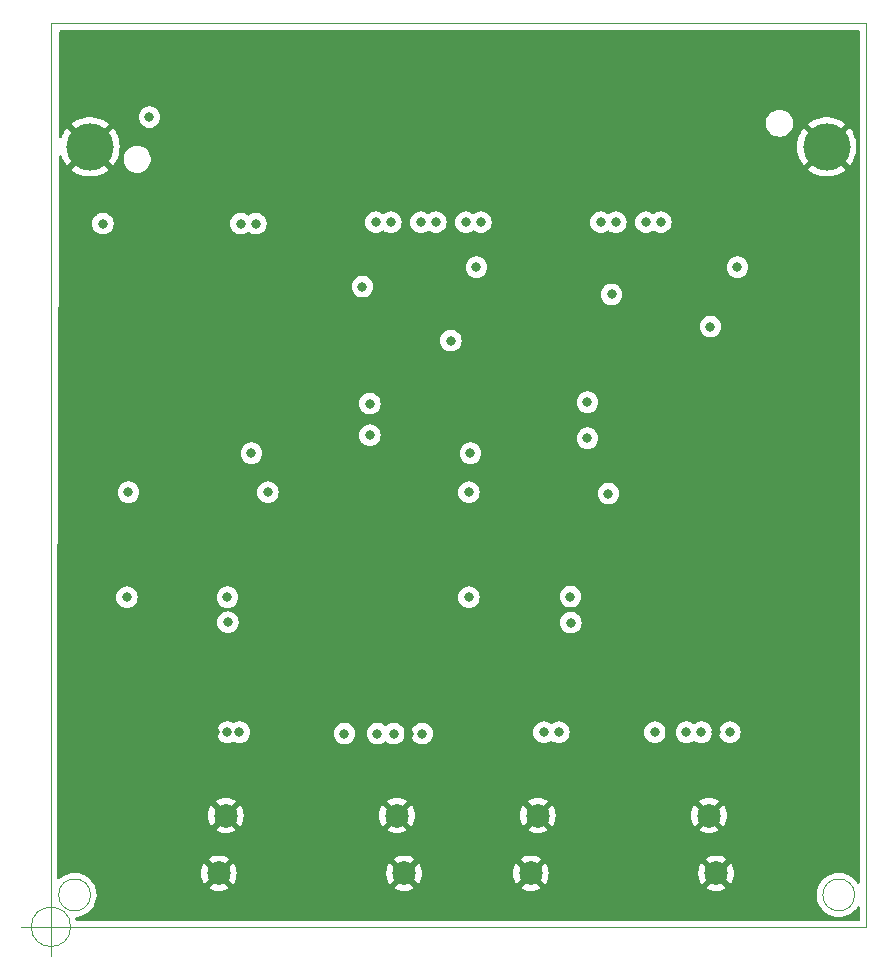
<source format=gbr>
G04 #@! TF.GenerationSoftware,KiCad,Pcbnew,(6.0.4-0)*
G04 #@! TF.CreationDate,2022-11-09T17:11:16+01:00*
G04 #@! TF.ProjectId,adapter_hybrid_assistor_hpc_2HDMI,61646170-7465-4725-9f68-79627269645f,rev?*
G04 #@! TF.SameCoordinates,Original*
G04 #@! TF.FileFunction,Copper,L2,Inr*
G04 #@! TF.FilePolarity,Positive*
%FSLAX46Y46*%
G04 Gerber Fmt 4.6, Leading zero omitted, Abs format (unit mm)*
G04 Created by KiCad (PCBNEW (6.0.4-0)) date 2022-11-09 17:11:16*
%MOMM*%
%LPD*%
G01*
G04 APERTURE LIST*
G04 #@! TA.AperFunction,Profile*
%ADD10C,0.100000*%
G04 #@! TD*
G04 #@! TA.AperFunction,Profile*
%ADD11C,0.050000*%
G04 #@! TD*
G04 #@! TA.AperFunction,ComponentPad*
%ADD12C,4.000000*%
G04 #@! TD*
G04 #@! TA.AperFunction,ComponentPad*
%ADD13C,1.995000*%
G04 #@! TD*
G04 #@! TA.AperFunction,ViaPad*
%ADD14C,0.800000*%
G04 #@! TD*
G04 APERTURE END LIST*
D10*
X100000000Y-100000000D02*
X100000000Y-176500000D01*
X100000000Y-176500000D02*
X169000000Y-176500000D01*
X169000000Y-100000000D02*
X169000000Y-176500000D01*
X100000000Y-100000000D02*
X169000000Y-100000000D01*
D11*
X168050000Y-173800000D02*
G75*
G03*
X168050000Y-173800000I-1350000J0D01*
G01*
X103350000Y-173800000D02*
G75*
G03*
X103350000Y-173800000I-1350000J0D01*
G01*
X104500000Y-110450000D02*
G75*
G03*
X104500000Y-110450000I-1350000J0D01*
G01*
X167200000Y-110450000D02*
G75*
G03*
X167200000Y-110450000I-1350000J0D01*
G01*
X101666666Y-176500000D02*
G75*
G03*
X101666666Y-176500000I-1666666J0D01*
G01*
X97500000Y-176500000D02*
X102500000Y-176500000D01*
X100000000Y-174000000D02*
X100000000Y-179000000D01*
X101666666Y-176500000D02*
G75*
G03*
X101666666Y-176500000I-1666666J0D01*
G01*
X97500000Y-176500000D02*
X102500000Y-176500000D01*
X100000000Y-174000000D02*
X100000000Y-179000000D01*
X101666666Y-176500000D02*
G75*
G03*
X101666666Y-176500000I-1666666J0D01*
G01*
X97500000Y-176500000D02*
X102500000Y-176500000D01*
X100000000Y-174000000D02*
X100000000Y-179000000D01*
D12*
X165683000Y-110458000D03*
X103303000Y-110458000D03*
D13*
X141216000Y-167076000D03*
X155716000Y-167076000D03*
X140616000Y-171976000D03*
X156316000Y-171976000D03*
X114800000Y-167076000D03*
X129300000Y-167076000D03*
X114200000Y-171976000D03*
X129900000Y-171976000D03*
D14*
X106426000Y-148590000D03*
X135382000Y-148590000D03*
X144018000Y-150749000D03*
X104394000Y-116957000D03*
X114973000Y-150711000D03*
X166040000Y-151100000D03*
X166040000Y-138400000D03*
X102540000Y-118080000D03*
X102540000Y-125700000D03*
X120645800Y-160151200D03*
X140335000Y-160045000D03*
X126996000Y-133481000D03*
X145542000Y-160020000D03*
X126238000Y-160147000D03*
X102540000Y-163800000D03*
X118110000Y-154940000D03*
X130302000Y-160147000D03*
X148971000Y-160020000D03*
X145411000Y-133481000D03*
X116967000Y-130810000D03*
X102540000Y-151100000D03*
X166040000Y-163800000D03*
X137795000Y-132207000D03*
X108509000Y-104110000D03*
X102540000Y-138400000D03*
X166040000Y-125700000D03*
X126238000Y-124714000D03*
X122809000Y-160147000D03*
X113919000Y-160045000D03*
X152400000Y-160020000D03*
X148348000Y-124448000D03*
X147193000Y-154178000D03*
X135890000Y-126873000D03*
X159182000Y-114087000D03*
X109513000Y-139739000D03*
X166040000Y-118080000D03*
X135509000Y-130810000D03*
X138557000Y-139700000D03*
X157353000Y-126873000D03*
X156337000Y-160020000D03*
X155829000Y-125683000D03*
X136017000Y-120650000D03*
X126365000Y-122301000D03*
X145415000Y-132080000D03*
X127000000Y-132207000D03*
X118364000Y-139700000D03*
X108331000Y-107940000D03*
X158115000Y-120650000D03*
X127000000Y-134874000D03*
X133858000Y-126873000D03*
X147459000Y-122948000D03*
X135509000Y-136398000D03*
X145415000Y-135128000D03*
X116967000Y-136398000D03*
X114935000Y-148590000D03*
X106553000Y-139700000D03*
X135382000Y-139700000D03*
X143979000Y-148551000D03*
X147193000Y-139827000D03*
X147828000Y-116840000D03*
X136403000Y-116835000D03*
X135128000Y-116840000D03*
X128778000Y-116840000D03*
X131318000Y-116840000D03*
X132583000Y-116835000D03*
X146553000Y-116835000D03*
X127503000Y-116835000D03*
X116078000Y-116967000D03*
X117348000Y-116967000D03*
X157480000Y-160020000D03*
X155067000Y-160020000D03*
X153797000Y-160020000D03*
X151130000Y-160020000D03*
X143002000Y-160020000D03*
X141732000Y-160020000D03*
X114935000Y-160020000D03*
X115951000Y-160020000D03*
X124841000Y-160147000D03*
X127635000Y-160147000D03*
X129032000Y-160147000D03*
X131426000Y-160147000D03*
X151633000Y-116835000D03*
X150373000Y-116835000D03*
G04 #@! TA.AperFunction,Conductor*
G36*
X168433621Y-100604002D02*
G01*
X168480114Y-100657658D01*
X168491500Y-100710000D01*
X168491500Y-172714521D01*
X168471498Y-172782642D01*
X168417842Y-172829135D01*
X168347568Y-172839239D01*
X168282988Y-172809745D01*
X168264149Y-172789380D01*
X168119477Y-172593510D01*
X168116824Y-172589918D01*
X167932187Y-172402358D01*
X167928647Y-172399657D01*
X167928641Y-172399651D01*
X167726506Y-172245386D01*
X167726502Y-172245383D01*
X167722965Y-172242684D01*
X167493332Y-172114084D01*
X167247870Y-172019122D01*
X167243545Y-172018119D01*
X167243540Y-172018118D01*
X167102794Y-171985495D01*
X166991476Y-171959693D01*
X166729267Y-171936983D01*
X166724832Y-171937227D01*
X166724828Y-171937227D01*
X166470916Y-171951200D01*
X166470909Y-171951201D01*
X166466473Y-171951445D01*
X166357938Y-171973034D01*
X166212711Y-172001921D01*
X166212706Y-172001922D01*
X166208339Y-172002791D01*
X166204136Y-172004267D01*
X165964223Y-172088518D01*
X165964220Y-172088519D01*
X165960015Y-172089996D01*
X165956062Y-172092049D01*
X165956056Y-172092052D01*
X165824615Y-172160331D01*
X165726456Y-172211321D01*
X165722841Y-172213904D01*
X165722835Y-172213908D01*
X165619585Y-172287692D01*
X165512322Y-172364344D01*
X165509095Y-172367422D01*
X165509093Y-172367424D01*
X165475311Y-172399651D01*
X165321885Y-172546011D01*
X165158945Y-172752700D01*
X165130529Y-172801622D01*
X165028987Y-172976438D01*
X165028984Y-172976444D01*
X165026753Y-172980285D01*
X165025083Y-172984408D01*
X164930975Y-173216750D01*
X164927947Y-173224225D01*
X164864498Y-173479654D01*
X164837672Y-173741474D01*
X164837847Y-173745925D01*
X164839972Y-173799999D01*
X164839972Y-173800000D01*
X164844694Y-173920176D01*
X164848005Y-174004462D01*
X164895290Y-174263371D01*
X164978584Y-174513034D01*
X165037652Y-174631247D01*
X165076848Y-174709690D01*
X165096225Y-174748470D01*
X165245865Y-174964982D01*
X165424520Y-175158249D01*
X165628623Y-175324415D01*
X165632431Y-175326708D01*
X165632433Y-175326709D01*
X165850288Y-175457868D01*
X165850292Y-175457870D01*
X165854104Y-175460165D01*
X165990026Y-175517721D01*
X166092359Y-175561054D01*
X166092364Y-175561056D01*
X166096462Y-175562791D01*
X166100760Y-175563930D01*
X166100764Y-175563932D01*
X166223662Y-175596517D01*
X166350862Y-175630244D01*
X166612229Y-175661179D01*
X166875347Y-175654978D01*
X166879745Y-175654246D01*
X167130576Y-175612496D01*
X167130580Y-175612495D01*
X167134966Y-175611765D01*
X167139207Y-175610424D01*
X167139210Y-175610423D01*
X167381661Y-175533746D01*
X167381663Y-175533745D01*
X167385907Y-175532403D01*
X167389918Y-175530477D01*
X167389923Y-175530475D01*
X167619143Y-175420405D01*
X167619144Y-175420404D01*
X167623162Y-175418475D01*
X167733187Y-175344958D01*
X167838289Y-175274732D01*
X167838293Y-175274729D01*
X167841997Y-175272254D01*
X167845314Y-175269283D01*
X167845318Y-175269280D01*
X168034729Y-175099629D01*
X168034730Y-175099628D01*
X168038047Y-175096657D01*
X168207398Y-174895189D01*
X168258588Y-174813109D01*
X168311608Y-174765893D01*
X168381738Y-174754837D01*
X168446713Y-174783451D01*
X168485904Y-174842651D01*
X168491500Y-174879786D01*
X168491500Y-175865500D01*
X168471498Y-175933621D01*
X168417842Y-175980114D01*
X168365500Y-175991500D01*
X102216537Y-175991500D01*
X102148416Y-175971498D01*
X102101923Y-175917842D01*
X102097764Y-175907561D01*
X102067552Y-175822243D01*
X102063668Y-175751356D01*
X102098725Y-175689619D01*
X102161596Y-175656637D01*
X102172410Y-175655047D01*
X102175347Y-175654978D01*
X102179743Y-175654246D01*
X102179746Y-175654246D01*
X102430576Y-175612496D01*
X102430580Y-175612495D01*
X102434966Y-175611765D01*
X102439207Y-175610424D01*
X102439210Y-175610423D01*
X102681661Y-175533746D01*
X102681663Y-175533745D01*
X102685907Y-175532403D01*
X102689918Y-175530477D01*
X102689923Y-175530475D01*
X102919143Y-175420405D01*
X102919144Y-175420404D01*
X102923162Y-175418475D01*
X103033187Y-175344958D01*
X103138289Y-175274732D01*
X103138293Y-175274729D01*
X103141997Y-175272254D01*
X103145314Y-175269283D01*
X103145318Y-175269280D01*
X103334729Y-175099629D01*
X103334730Y-175099628D01*
X103338047Y-175096657D01*
X103507398Y-174895189D01*
X103517005Y-174879786D01*
X103601383Y-174744490D01*
X103646674Y-174671869D01*
X103753093Y-174431152D01*
X103824534Y-174177843D01*
X103829757Y-174138955D01*
X103859143Y-173920176D01*
X103859144Y-173920168D01*
X103859570Y-173916994D01*
X103863247Y-173800000D01*
X103844659Y-173537466D01*
X103833529Y-173485767D01*
X103790201Y-173284523D01*
X103789264Y-173280171D01*
X103770218Y-173228543D01*
X103762215Y-173206851D01*
X113333978Y-173206851D01*
X113339705Y-173214502D01*
X113510181Y-173318970D01*
X113518976Y-173323452D01*
X113728763Y-173410349D01*
X113738148Y-173413398D01*
X113958947Y-173466407D01*
X113968694Y-173467950D01*
X114195070Y-173485767D01*
X114204930Y-173485767D01*
X114431306Y-173467950D01*
X114441053Y-173466407D01*
X114661852Y-173413398D01*
X114671237Y-173410349D01*
X114881024Y-173323452D01*
X114889819Y-173318970D01*
X115056626Y-173216750D01*
X115065582Y-173206851D01*
X129033978Y-173206851D01*
X129039705Y-173214502D01*
X129210181Y-173318970D01*
X129218976Y-173323452D01*
X129428763Y-173410349D01*
X129438148Y-173413398D01*
X129658947Y-173466407D01*
X129668694Y-173467950D01*
X129895070Y-173485767D01*
X129904930Y-173485767D01*
X130131306Y-173467950D01*
X130141053Y-173466407D01*
X130361852Y-173413398D01*
X130371237Y-173410349D01*
X130581024Y-173323452D01*
X130589819Y-173318970D01*
X130756626Y-173216750D01*
X130765582Y-173206851D01*
X139749978Y-173206851D01*
X139755705Y-173214502D01*
X139926181Y-173318970D01*
X139934976Y-173323452D01*
X140144763Y-173410349D01*
X140154148Y-173413398D01*
X140374947Y-173466407D01*
X140384694Y-173467950D01*
X140611070Y-173485767D01*
X140620930Y-173485767D01*
X140847306Y-173467950D01*
X140857053Y-173466407D01*
X141077852Y-173413398D01*
X141087237Y-173410349D01*
X141297024Y-173323452D01*
X141305819Y-173318970D01*
X141472626Y-173216750D01*
X141481582Y-173206851D01*
X155449978Y-173206851D01*
X155455705Y-173214502D01*
X155626181Y-173318970D01*
X155634976Y-173323452D01*
X155844763Y-173410349D01*
X155854148Y-173413398D01*
X156074947Y-173466407D01*
X156084694Y-173467950D01*
X156311070Y-173485767D01*
X156320930Y-173485767D01*
X156547306Y-173467950D01*
X156557053Y-173466407D01*
X156777852Y-173413398D01*
X156787237Y-173410349D01*
X156997024Y-173323452D01*
X157005819Y-173318970D01*
X157172626Y-173216750D01*
X157182088Y-173206292D01*
X157178305Y-173197516D01*
X156328811Y-172348021D01*
X156314868Y-172340408D01*
X156313034Y-172340539D01*
X156306420Y-172344790D01*
X155456735Y-173194476D01*
X155449978Y-173206851D01*
X141481582Y-173206851D01*
X141482088Y-173206292D01*
X141478305Y-173197516D01*
X140628811Y-172348021D01*
X140614868Y-172340408D01*
X140613034Y-172340539D01*
X140606420Y-172344790D01*
X139756735Y-173194476D01*
X139749978Y-173206851D01*
X130765582Y-173206851D01*
X130766088Y-173206292D01*
X130762305Y-173197516D01*
X129912811Y-172348021D01*
X129898868Y-172340408D01*
X129897034Y-172340539D01*
X129890420Y-172344790D01*
X129040735Y-173194476D01*
X129033978Y-173206851D01*
X115065582Y-173206851D01*
X115066088Y-173206292D01*
X115062305Y-173197516D01*
X114212811Y-172348021D01*
X114198868Y-172340408D01*
X114197034Y-172340539D01*
X114190420Y-172344790D01*
X113340735Y-173194476D01*
X113333978Y-173206851D01*
X103762215Y-173206851D01*
X103699710Y-173037424D01*
X103698169Y-173033247D01*
X103696055Y-173029329D01*
X103575304Y-172805538D01*
X103573191Y-172801622D01*
X103416824Y-172589918D01*
X103232187Y-172402358D01*
X103228647Y-172399657D01*
X103228641Y-172399651D01*
X103026506Y-172245386D01*
X103026502Y-172245383D01*
X103022965Y-172242684D01*
X102793332Y-172114084D01*
X102547870Y-172019122D01*
X102543545Y-172018119D01*
X102543540Y-172018118D01*
X102402794Y-171985495D01*
X102383099Y-171980930D01*
X112690233Y-171980930D01*
X112708050Y-172207306D01*
X112709593Y-172217053D01*
X112762602Y-172437852D01*
X112765651Y-172447237D01*
X112852548Y-172657024D01*
X112857030Y-172665819D01*
X112959250Y-172832626D01*
X112969708Y-172842088D01*
X112978484Y-172838305D01*
X113827979Y-171988811D01*
X113834356Y-171977132D01*
X114564408Y-171977132D01*
X114564539Y-171978966D01*
X114568790Y-171985580D01*
X115418476Y-172835265D01*
X115430851Y-172842022D01*
X115438502Y-172836295D01*
X115542970Y-172665819D01*
X115547452Y-172657024D01*
X115634349Y-172447237D01*
X115637398Y-172437852D01*
X115690407Y-172217053D01*
X115691950Y-172207306D01*
X115709767Y-171980930D01*
X128390233Y-171980930D01*
X128408050Y-172207306D01*
X128409593Y-172217053D01*
X128462602Y-172437852D01*
X128465651Y-172447237D01*
X128552548Y-172657024D01*
X128557030Y-172665819D01*
X128659250Y-172832626D01*
X128669708Y-172842088D01*
X128678484Y-172838305D01*
X129527979Y-171988811D01*
X129534356Y-171977132D01*
X130264408Y-171977132D01*
X130264539Y-171978966D01*
X130268790Y-171985580D01*
X131118476Y-172835265D01*
X131130851Y-172842022D01*
X131138502Y-172836295D01*
X131242970Y-172665819D01*
X131247452Y-172657024D01*
X131334349Y-172447237D01*
X131337398Y-172437852D01*
X131390407Y-172217053D01*
X131391950Y-172207306D01*
X131409767Y-171980930D01*
X139106233Y-171980930D01*
X139124050Y-172207306D01*
X139125593Y-172217053D01*
X139178602Y-172437852D01*
X139181651Y-172447237D01*
X139268548Y-172657024D01*
X139273030Y-172665819D01*
X139375250Y-172832626D01*
X139385708Y-172842088D01*
X139394484Y-172838305D01*
X140243979Y-171988811D01*
X140250356Y-171977132D01*
X140980408Y-171977132D01*
X140980539Y-171978966D01*
X140984790Y-171985580D01*
X141834476Y-172835265D01*
X141846851Y-172842022D01*
X141854502Y-172836295D01*
X141958970Y-172665819D01*
X141963452Y-172657024D01*
X142050349Y-172447237D01*
X142053398Y-172437852D01*
X142106407Y-172217053D01*
X142107950Y-172207306D01*
X142125767Y-171980930D01*
X154806233Y-171980930D01*
X154824050Y-172207306D01*
X154825593Y-172217053D01*
X154878602Y-172437852D01*
X154881651Y-172447237D01*
X154968548Y-172657024D01*
X154973030Y-172665819D01*
X155075250Y-172832626D01*
X155085708Y-172842088D01*
X155094484Y-172838305D01*
X155943979Y-171988811D01*
X155950356Y-171977132D01*
X156680408Y-171977132D01*
X156680539Y-171978966D01*
X156684790Y-171985580D01*
X157534476Y-172835265D01*
X157546851Y-172842022D01*
X157554502Y-172836295D01*
X157658970Y-172665819D01*
X157663452Y-172657024D01*
X157750349Y-172447237D01*
X157753398Y-172437852D01*
X157806407Y-172217053D01*
X157807950Y-172207306D01*
X157825767Y-171980930D01*
X157825767Y-171971070D01*
X157807950Y-171744694D01*
X157806407Y-171734947D01*
X157753398Y-171514148D01*
X157750349Y-171504763D01*
X157663452Y-171294976D01*
X157658970Y-171286181D01*
X157556750Y-171119374D01*
X157546292Y-171109912D01*
X157537516Y-171113695D01*
X156688021Y-171963189D01*
X156680408Y-171977132D01*
X155950356Y-171977132D01*
X155951592Y-171974868D01*
X155951461Y-171973034D01*
X155947210Y-171966420D01*
X155097524Y-171116735D01*
X155085149Y-171109978D01*
X155077498Y-171115705D01*
X154973030Y-171286181D01*
X154968548Y-171294976D01*
X154881651Y-171504763D01*
X154878602Y-171514148D01*
X154825593Y-171734947D01*
X154824050Y-171744694D01*
X154806233Y-171971070D01*
X154806233Y-171980930D01*
X142125767Y-171980930D01*
X142125767Y-171971070D01*
X142107950Y-171744694D01*
X142106407Y-171734947D01*
X142053398Y-171514148D01*
X142050349Y-171504763D01*
X141963452Y-171294976D01*
X141958970Y-171286181D01*
X141856750Y-171119374D01*
X141846292Y-171109912D01*
X141837516Y-171113695D01*
X140988021Y-171963189D01*
X140980408Y-171977132D01*
X140250356Y-171977132D01*
X140251592Y-171974868D01*
X140251461Y-171973034D01*
X140247210Y-171966420D01*
X139397524Y-171116735D01*
X139385149Y-171109978D01*
X139377498Y-171115705D01*
X139273030Y-171286181D01*
X139268548Y-171294976D01*
X139181651Y-171504763D01*
X139178602Y-171514148D01*
X139125593Y-171734947D01*
X139124050Y-171744694D01*
X139106233Y-171971070D01*
X139106233Y-171980930D01*
X131409767Y-171980930D01*
X131409767Y-171971070D01*
X131391950Y-171744694D01*
X131390407Y-171734947D01*
X131337398Y-171514148D01*
X131334349Y-171504763D01*
X131247452Y-171294976D01*
X131242970Y-171286181D01*
X131140750Y-171119374D01*
X131130292Y-171109912D01*
X131121516Y-171113695D01*
X130272021Y-171963189D01*
X130264408Y-171977132D01*
X129534356Y-171977132D01*
X129535592Y-171974868D01*
X129535461Y-171973034D01*
X129531210Y-171966420D01*
X128681524Y-171116735D01*
X128669149Y-171109978D01*
X128661498Y-171115705D01*
X128557030Y-171286181D01*
X128552548Y-171294976D01*
X128465651Y-171504763D01*
X128462602Y-171514148D01*
X128409593Y-171734947D01*
X128408050Y-171744694D01*
X128390233Y-171971070D01*
X128390233Y-171980930D01*
X115709767Y-171980930D01*
X115709767Y-171971070D01*
X115691950Y-171744694D01*
X115690407Y-171734947D01*
X115637398Y-171514148D01*
X115634349Y-171504763D01*
X115547452Y-171294976D01*
X115542970Y-171286181D01*
X115440750Y-171119374D01*
X115430292Y-171109912D01*
X115421516Y-171113695D01*
X114572021Y-171963189D01*
X114564408Y-171977132D01*
X113834356Y-171977132D01*
X113835592Y-171974868D01*
X113835461Y-171973034D01*
X113831210Y-171966420D01*
X112981524Y-171116735D01*
X112969149Y-171109978D01*
X112961498Y-171115705D01*
X112857030Y-171286181D01*
X112852548Y-171294976D01*
X112765651Y-171504763D01*
X112762602Y-171514148D01*
X112709593Y-171734947D01*
X112708050Y-171744694D01*
X112690233Y-171971070D01*
X112690233Y-171980930D01*
X102383099Y-171980930D01*
X102291476Y-171959693D01*
X102029267Y-171936983D01*
X102024832Y-171937227D01*
X102024828Y-171937227D01*
X101770916Y-171951200D01*
X101770909Y-171951201D01*
X101766473Y-171951445D01*
X101657938Y-171973034D01*
X101512711Y-172001921D01*
X101512706Y-172001922D01*
X101508339Y-172002791D01*
X101504136Y-172004267D01*
X101264223Y-172088518D01*
X101264220Y-172088519D01*
X101260015Y-172089996D01*
X101256062Y-172092049D01*
X101256056Y-172092052D01*
X101124615Y-172160331D01*
X101026456Y-172211321D01*
X101022841Y-172213904D01*
X101022835Y-172213908D01*
X100919585Y-172287692D01*
X100812322Y-172364344D01*
X100809095Y-172367422D01*
X100809093Y-172367424D01*
X100721471Y-172451011D01*
X100658375Y-172483558D01*
X100587698Y-172476826D01*
X100531881Y-172432952D01*
X100508500Y-172359841D01*
X100508500Y-170745708D01*
X113333912Y-170745708D01*
X113337695Y-170754484D01*
X114187189Y-171603979D01*
X114201132Y-171611592D01*
X114202966Y-171611461D01*
X114209580Y-171607210D01*
X115059265Y-170757524D01*
X115065717Y-170745708D01*
X129033912Y-170745708D01*
X129037695Y-170754484D01*
X129887189Y-171603979D01*
X129901132Y-171611592D01*
X129902966Y-171611461D01*
X129909580Y-171607210D01*
X130759265Y-170757524D01*
X130765717Y-170745708D01*
X139749912Y-170745708D01*
X139753695Y-170754484D01*
X140603189Y-171603979D01*
X140617132Y-171611592D01*
X140618966Y-171611461D01*
X140625580Y-171607210D01*
X141475265Y-170757524D01*
X141481717Y-170745708D01*
X155449912Y-170745708D01*
X155453695Y-170754484D01*
X156303189Y-171603979D01*
X156317132Y-171611592D01*
X156318966Y-171611461D01*
X156325580Y-171607210D01*
X157175265Y-170757524D01*
X157182022Y-170745149D01*
X157176295Y-170737498D01*
X157005819Y-170633030D01*
X156997024Y-170628548D01*
X156787237Y-170541651D01*
X156777852Y-170538602D01*
X156557053Y-170485593D01*
X156547306Y-170484050D01*
X156320930Y-170466233D01*
X156311070Y-170466233D01*
X156084694Y-170484050D01*
X156074947Y-170485593D01*
X155854148Y-170538602D01*
X155844763Y-170541651D01*
X155634976Y-170628548D01*
X155626181Y-170633030D01*
X155459374Y-170735250D01*
X155449912Y-170745708D01*
X141481717Y-170745708D01*
X141482022Y-170745149D01*
X141476295Y-170737498D01*
X141305819Y-170633030D01*
X141297024Y-170628548D01*
X141087237Y-170541651D01*
X141077852Y-170538602D01*
X140857053Y-170485593D01*
X140847306Y-170484050D01*
X140620930Y-170466233D01*
X140611070Y-170466233D01*
X140384694Y-170484050D01*
X140374947Y-170485593D01*
X140154148Y-170538602D01*
X140144763Y-170541651D01*
X139934976Y-170628548D01*
X139926181Y-170633030D01*
X139759374Y-170735250D01*
X139749912Y-170745708D01*
X130765717Y-170745708D01*
X130766022Y-170745149D01*
X130760295Y-170737498D01*
X130589819Y-170633030D01*
X130581024Y-170628548D01*
X130371237Y-170541651D01*
X130361852Y-170538602D01*
X130141053Y-170485593D01*
X130131306Y-170484050D01*
X129904930Y-170466233D01*
X129895070Y-170466233D01*
X129668694Y-170484050D01*
X129658947Y-170485593D01*
X129438148Y-170538602D01*
X129428763Y-170541651D01*
X129218976Y-170628548D01*
X129210181Y-170633030D01*
X129043374Y-170735250D01*
X129033912Y-170745708D01*
X115065717Y-170745708D01*
X115066022Y-170745149D01*
X115060295Y-170737498D01*
X114889819Y-170633030D01*
X114881024Y-170628548D01*
X114671237Y-170541651D01*
X114661852Y-170538602D01*
X114441053Y-170485593D01*
X114431306Y-170484050D01*
X114204930Y-170466233D01*
X114195070Y-170466233D01*
X113968694Y-170484050D01*
X113958947Y-170485593D01*
X113738148Y-170538602D01*
X113728763Y-170541651D01*
X113518976Y-170628548D01*
X113510181Y-170633030D01*
X113343374Y-170735250D01*
X113333912Y-170745708D01*
X100508500Y-170745708D01*
X100508500Y-168306851D01*
X113933978Y-168306851D01*
X113939705Y-168314502D01*
X114110181Y-168418970D01*
X114118976Y-168423452D01*
X114328763Y-168510349D01*
X114338148Y-168513398D01*
X114558947Y-168566407D01*
X114568694Y-168567950D01*
X114795070Y-168585767D01*
X114804930Y-168585767D01*
X115031306Y-168567950D01*
X115041053Y-168566407D01*
X115261852Y-168513398D01*
X115271237Y-168510349D01*
X115481024Y-168423452D01*
X115489819Y-168418970D01*
X115656626Y-168316750D01*
X115665582Y-168306851D01*
X128433978Y-168306851D01*
X128439705Y-168314502D01*
X128610181Y-168418970D01*
X128618976Y-168423452D01*
X128828763Y-168510349D01*
X128838148Y-168513398D01*
X129058947Y-168566407D01*
X129068694Y-168567950D01*
X129295070Y-168585767D01*
X129304930Y-168585767D01*
X129531306Y-168567950D01*
X129541053Y-168566407D01*
X129761852Y-168513398D01*
X129771237Y-168510349D01*
X129981024Y-168423452D01*
X129989819Y-168418970D01*
X130156626Y-168316750D01*
X130165582Y-168306851D01*
X140349978Y-168306851D01*
X140355705Y-168314502D01*
X140526181Y-168418970D01*
X140534976Y-168423452D01*
X140744763Y-168510349D01*
X140754148Y-168513398D01*
X140974947Y-168566407D01*
X140984694Y-168567950D01*
X141211070Y-168585767D01*
X141220930Y-168585767D01*
X141447306Y-168567950D01*
X141457053Y-168566407D01*
X141677852Y-168513398D01*
X141687237Y-168510349D01*
X141897024Y-168423452D01*
X141905819Y-168418970D01*
X142072626Y-168316750D01*
X142081582Y-168306851D01*
X154849978Y-168306851D01*
X154855705Y-168314502D01*
X155026181Y-168418970D01*
X155034976Y-168423452D01*
X155244763Y-168510349D01*
X155254148Y-168513398D01*
X155474947Y-168566407D01*
X155484694Y-168567950D01*
X155711070Y-168585767D01*
X155720930Y-168585767D01*
X155947306Y-168567950D01*
X155957053Y-168566407D01*
X156177852Y-168513398D01*
X156187237Y-168510349D01*
X156397024Y-168423452D01*
X156405819Y-168418970D01*
X156572626Y-168316750D01*
X156582088Y-168306292D01*
X156578305Y-168297516D01*
X155728811Y-167448021D01*
X155714868Y-167440408D01*
X155713034Y-167440539D01*
X155706420Y-167444790D01*
X154856735Y-168294476D01*
X154849978Y-168306851D01*
X142081582Y-168306851D01*
X142082088Y-168306292D01*
X142078305Y-168297516D01*
X141228811Y-167448021D01*
X141214868Y-167440408D01*
X141213034Y-167440539D01*
X141206420Y-167444790D01*
X140356735Y-168294476D01*
X140349978Y-168306851D01*
X130165582Y-168306851D01*
X130166088Y-168306292D01*
X130162305Y-168297516D01*
X129312811Y-167448021D01*
X129298868Y-167440408D01*
X129297034Y-167440539D01*
X129290420Y-167444790D01*
X128440735Y-168294476D01*
X128433978Y-168306851D01*
X115665582Y-168306851D01*
X115666088Y-168306292D01*
X115662305Y-168297516D01*
X114812811Y-167448021D01*
X114798868Y-167440408D01*
X114797034Y-167440539D01*
X114790420Y-167444790D01*
X113940735Y-168294476D01*
X113933978Y-168306851D01*
X100508500Y-168306851D01*
X100508500Y-167080930D01*
X113290233Y-167080930D01*
X113308050Y-167307306D01*
X113309593Y-167317053D01*
X113362602Y-167537852D01*
X113365651Y-167547237D01*
X113452548Y-167757024D01*
X113457030Y-167765819D01*
X113559250Y-167932626D01*
X113569708Y-167942088D01*
X113578484Y-167938305D01*
X114427979Y-167088811D01*
X114434356Y-167077132D01*
X115164408Y-167077132D01*
X115164539Y-167078966D01*
X115168790Y-167085580D01*
X116018476Y-167935265D01*
X116030851Y-167942022D01*
X116038502Y-167936295D01*
X116142970Y-167765819D01*
X116147452Y-167757024D01*
X116234349Y-167547237D01*
X116237398Y-167537852D01*
X116290407Y-167317053D01*
X116291950Y-167307306D01*
X116309767Y-167080930D01*
X127790233Y-167080930D01*
X127808050Y-167307306D01*
X127809593Y-167317053D01*
X127862602Y-167537852D01*
X127865651Y-167547237D01*
X127952548Y-167757024D01*
X127957030Y-167765819D01*
X128059250Y-167932626D01*
X128069708Y-167942088D01*
X128078484Y-167938305D01*
X128927979Y-167088811D01*
X128934356Y-167077132D01*
X129664408Y-167077132D01*
X129664539Y-167078966D01*
X129668790Y-167085580D01*
X130518476Y-167935265D01*
X130530851Y-167942022D01*
X130538502Y-167936295D01*
X130642970Y-167765819D01*
X130647452Y-167757024D01*
X130734349Y-167547237D01*
X130737398Y-167537852D01*
X130790407Y-167317053D01*
X130791950Y-167307306D01*
X130809767Y-167080930D01*
X139706233Y-167080930D01*
X139724050Y-167307306D01*
X139725593Y-167317053D01*
X139778602Y-167537852D01*
X139781651Y-167547237D01*
X139868548Y-167757024D01*
X139873030Y-167765819D01*
X139975250Y-167932626D01*
X139985708Y-167942088D01*
X139994484Y-167938305D01*
X140843979Y-167088811D01*
X140850356Y-167077132D01*
X141580408Y-167077132D01*
X141580539Y-167078966D01*
X141584790Y-167085580D01*
X142434476Y-167935265D01*
X142446851Y-167942022D01*
X142454502Y-167936295D01*
X142558970Y-167765819D01*
X142563452Y-167757024D01*
X142650349Y-167547237D01*
X142653398Y-167537852D01*
X142706407Y-167317053D01*
X142707950Y-167307306D01*
X142725767Y-167080930D01*
X154206233Y-167080930D01*
X154224050Y-167307306D01*
X154225593Y-167317053D01*
X154278602Y-167537852D01*
X154281651Y-167547237D01*
X154368548Y-167757024D01*
X154373030Y-167765819D01*
X154475250Y-167932626D01*
X154485708Y-167942088D01*
X154494484Y-167938305D01*
X155343979Y-167088811D01*
X155350356Y-167077132D01*
X156080408Y-167077132D01*
X156080539Y-167078966D01*
X156084790Y-167085580D01*
X156934476Y-167935265D01*
X156946851Y-167942022D01*
X156954502Y-167936295D01*
X157058970Y-167765819D01*
X157063452Y-167757024D01*
X157150349Y-167547237D01*
X157153398Y-167537852D01*
X157206407Y-167317053D01*
X157207950Y-167307306D01*
X157225767Y-167080930D01*
X157225767Y-167071070D01*
X157207950Y-166844694D01*
X157206407Y-166834947D01*
X157153398Y-166614148D01*
X157150349Y-166604763D01*
X157063452Y-166394976D01*
X157058970Y-166386181D01*
X156956750Y-166219374D01*
X156946292Y-166209912D01*
X156937516Y-166213695D01*
X156088021Y-167063189D01*
X156080408Y-167077132D01*
X155350356Y-167077132D01*
X155351592Y-167074868D01*
X155351461Y-167073034D01*
X155347210Y-167066420D01*
X154497524Y-166216735D01*
X154485149Y-166209978D01*
X154477498Y-166215705D01*
X154373030Y-166386181D01*
X154368548Y-166394976D01*
X154281651Y-166604763D01*
X154278602Y-166614148D01*
X154225593Y-166834947D01*
X154224050Y-166844694D01*
X154206233Y-167071070D01*
X154206233Y-167080930D01*
X142725767Y-167080930D01*
X142725767Y-167071070D01*
X142707950Y-166844694D01*
X142706407Y-166834947D01*
X142653398Y-166614148D01*
X142650349Y-166604763D01*
X142563452Y-166394976D01*
X142558970Y-166386181D01*
X142456750Y-166219374D01*
X142446292Y-166209912D01*
X142437516Y-166213695D01*
X141588021Y-167063189D01*
X141580408Y-167077132D01*
X140850356Y-167077132D01*
X140851592Y-167074868D01*
X140851461Y-167073034D01*
X140847210Y-167066420D01*
X139997524Y-166216735D01*
X139985149Y-166209978D01*
X139977498Y-166215705D01*
X139873030Y-166386181D01*
X139868548Y-166394976D01*
X139781651Y-166604763D01*
X139778602Y-166614148D01*
X139725593Y-166834947D01*
X139724050Y-166844694D01*
X139706233Y-167071070D01*
X139706233Y-167080930D01*
X130809767Y-167080930D01*
X130809767Y-167071070D01*
X130791950Y-166844694D01*
X130790407Y-166834947D01*
X130737398Y-166614148D01*
X130734349Y-166604763D01*
X130647452Y-166394976D01*
X130642970Y-166386181D01*
X130540750Y-166219374D01*
X130530292Y-166209912D01*
X130521516Y-166213695D01*
X129672021Y-167063189D01*
X129664408Y-167077132D01*
X128934356Y-167077132D01*
X128935592Y-167074868D01*
X128935461Y-167073034D01*
X128931210Y-167066420D01*
X128081524Y-166216735D01*
X128069149Y-166209978D01*
X128061498Y-166215705D01*
X127957030Y-166386181D01*
X127952548Y-166394976D01*
X127865651Y-166604763D01*
X127862602Y-166614148D01*
X127809593Y-166834947D01*
X127808050Y-166844694D01*
X127790233Y-167071070D01*
X127790233Y-167080930D01*
X116309767Y-167080930D01*
X116309767Y-167071070D01*
X116291950Y-166844694D01*
X116290407Y-166834947D01*
X116237398Y-166614148D01*
X116234349Y-166604763D01*
X116147452Y-166394976D01*
X116142970Y-166386181D01*
X116040750Y-166219374D01*
X116030292Y-166209912D01*
X116021516Y-166213695D01*
X115172021Y-167063189D01*
X115164408Y-167077132D01*
X114434356Y-167077132D01*
X114435592Y-167074868D01*
X114435461Y-167073034D01*
X114431210Y-167066420D01*
X113581524Y-166216735D01*
X113569149Y-166209978D01*
X113561498Y-166215705D01*
X113457030Y-166386181D01*
X113452548Y-166394976D01*
X113365651Y-166604763D01*
X113362602Y-166614148D01*
X113309593Y-166834947D01*
X113308050Y-166844694D01*
X113290233Y-167071070D01*
X113290233Y-167080930D01*
X100508500Y-167080930D01*
X100508500Y-165845708D01*
X113933912Y-165845708D01*
X113937695Y-165854484D01*
X114787189Y-166703979D01*
X114801132Y-166711592D01*
X114802966Y-166711461D01*
X114809580Y-166707210D01*
X115659265Y-165857524D01*
X115665717Y-165845708D01*
X128433912Y-165845708D01*
X128437695Y-165854484D01*
X129287189Y-166703979D01*
X129301132Y-166711592D01*
X129302966Y-166711461D01*
X129309580Y-166707210D01*
X130159265Y-165857524D01*
X130165717Y-165845708D01*
X140349912Y-165845708D01*
X140353695Y-165854484D01*
X141203189Y-166703979D01*
X141217132Y-166711592D01*
X141218966Y-166711461D01*
X141225580Y-166707210D01*
X142075265Y-165857524D01*
X142081717Y-165845708D01*
X154849912Y-165845708D01*
X154853695Y-165854484D01*
X155703189Y-166703979D01*
X155717132Y-166711592D01*
X155718966Y-166711461D01*
X155725580Y-166707210D01*
X156575265Y-165857524D01*
X156582022Y-165845149D01*
X156576295Y-165837498D01*
X156405819Y-165733030D01*
X156397024Y-165728548D01*
X156187237Y-165641651D01*
X156177852Y-165638602D01*
X155957053Y-165585593D01*
X155947306Y-165584050D01*
X155720930Y-165566233D01*
X155711070Y-165566233D01*
X155484694Y-165584050D01*
X155474947Y-165585593D01*
X155254148Y-165638602D01*
X155244763Y-165641651D01*
X155034976Y-165728548D01*
X155026181Y-165733030D01*
X154859374Y-165835250D01*
X154849912Y-165845708D01*
X142081717Y-165845708D01*
X142082022Y-165845149D01*
X142076295Y-165837498D01*
X141905819Y-165733030D01*
X141897024Y-165728548D01*
X141687237Y-165641651D01*
X141677852Y-165638602D01*
X141457053Y-165585593D01*
X141447306Y-165584050D01*
X141220930Y-165566233D01*
X141211070Y-165566233D01*
X140984694Y-165584050D01*
X140974947Y-165585593D01*
X140754148Y-165638602D01*
X140744763Y-165641651D01*
X140534976Y-165728548D01*
X140526181Y-165733030D01*
X140359374Y-165835250D01*
X140349912Y-165845708D01*
X130165717Y-165845708D01*
X130166022Y-165845149D01*
X130160295Y-165837498D01*
X129989819Y-165733030D01*
X129981024Y-165728548D01*
X129771237Y-165641651D01*
X129761852Y-165638602D01*
X129541053Y-165585593D01*
X129531306Y-165584050D01*
X129304930Y-165566233D01*
X129295070Y-165566233D01*
X129068694Y-165584050D01*
X129058947Y-165585593D01*
X128838148Y-165638602D01*
X128828763Y-165641651D01*
X128618976Y-165728548D01*
X128610181Y-165733030D01*
X128443374Y-165835250D01*
X128433912Y-165845708D01*
X115665717Y-165845708D01*
X115666022Y-165845149D01*
X115660295Y-165837498D01*
X115489819Y-165733030D01*
X115481024Y-165728548D01*
X115271237Y-165641651D01*
X115261852Y-165638602D01*
X115041053Y-165585593D01*
X115031306Y-165584050D01*
X114804930Y-165566233D01*
X114795070Y-165566233D01*
X114568694Y-165584050D01*
X114558947Y-165585593D01*
X114338148Y-165638602D01*
X114328763Y-165641651D01*
X114118976Y-165728548D01*
X114110181Y-165733030D01*
X113943374Y-165835250D01*
X113933912Y-165845708D01*
X100508500Y-165845708D01*
X100508500Y-161131420D01*
X100512217Y-160020000D01*
X114021496Y-160020000D01*
X114041458Y-160209928D01*
X114100473Y-160391556D01*
X114195960Y-160556944D01*
X114323747Y-160698866D01*
X114478248Y-160811118D01*
X114484276Y-160813802D01*
X114484278Y-160813803D01*
X114520094Y-160829749D01*
X114652712Y-160888794D01*
X114746113Y-160908647D01*
X114833056Y-160927128D01*
X114833061Y-160927128D01*
X114839513Y-160928500D01*
X115030487Y-160928500D01*
X115036939Y-160927128D01*
X115036944Y-160927128D01*
X115123887Y-160908647D01*
X115217288Y-160888794D01*
X115391752Y-160811118D01*
X115462118Y-160801684D01*
X115494247Y-160811118D01*
X115494248Y-160811118D01*
X115668712Y-160888794D01*
X115762113Y-160908647D01*
X115849056Y-160927128D01*
X115849061Y-160927128D01*
X115855513Y-160928500D01*
X116046487Y-160928500D01*
X116052939Y-160927128D01*
X116052944Y-160927128D01*
X116139887Y-160908647D01*
X116233288Y-160888794D01*
X116365906Y-160829749D01*
X116401722Y-160813803D01*
X116401724Y-160813802D01*
X116407752Y-160811118D01*
X116562253Y-160698866D01*
X116690040Y-160556944D01*
X116785527Y-160391556D01*
X116844542Y-160209928D01*
X116851156Y-160147000D01*
X123927496Y-160147000D01*
X123947458Y-160336928D01*
X124006473Y-160518556D01*
X124101960Y-160683944D01*
X124229747Y-160825866D01*
X124312664Y-160886109D01*
X124369122Y-160927128D01*
X124384248Y-160938118D01*
X124390276Y-160940802D01*
X124390278Y-160940803D01*
X124552681Y-161013109D01*
X124558712Y-161015794D01*
X124652112Y-161035647D01*
X124739056Y-161054128D01*
X124739061Y-161054128D01*
X124745513Y-161055500D01*
X124936487Y-161055500D01*
X124942939Y-161054128D01*
X124942944Y-161054128D01*
X125029888Y-161035647D01*
X125123288Y-161015794D01*
X125129319Y-161013109D01*
X125291722Y-160940803D01*
X125291724Y-160940802D01*
X125297752Y-160938118D01*
X125312879Y-160927128D01*
X125369336Y-160886109D01*
X125452253Y-160825866D01*
X125580040Y-160683944D01*
X125675527Y-160518556D01*
X125734542Y-160336928D01*
X125754504Y-160147000D01*
X126721496Y-160147000D01*
X126741458Y-160336928D01*
X126800473Y-160518556D01*
X126895960Y-160683944D01*
X127023747Y-160825866D01*
X127106664Y-160886109D01*
X127163122Y-160927128D01*
X127178248Y-160938118D01*
X127184276Y-160940802D01*
X127184278Y-160940803D01*
X127346681Y-161013109D01*
X127352712Y-161015794D01*
X127446112Y-161035647D01*
X127533056Y-161054128D01*
X127533061Y-161054128D01*
X127539513Y-161055500D01*
X127730487Y-161055500D01*
X127736939Y-161054128D01*
X127736944Y-161054128D01*
X127823888Y-161035647D01*
X127917288Y-161015794D01*
X127923319Y-161013109D01*
X128085722Y-160940803D01*
X128085724Y-160940802D01*
X128091752Y-160938118D01*
X128104990Y-160928500D01*
X128240909Y-160829749D01*
X128240911Y-160829747D01*
X128246253Y-160825866D01*
X128249683Y-160822056D01*
X128313196Y-160791576D01*
X128383649Y-160800339D01*
X128417145Y-160821865D01*
X128420747Y-160825866D01*
X128426089Y-160829747D01*
X128426091Y-160829749D01*
X128562010Y-160928500D01*
X128575248Y-160938118D01*
X128581276Y-160940802D01*
X128581278Y-160940803D01*
X128743681Y-161013109D01*
X128749712Y-161015794D01*
X128843112Y-161035647D01*
X128930056Y-161054128D01*
X128930061Y-161054128D01*
X128936513Y-161055500D01*
X129127487Y-161055500D01*
X129133939Y-161054128D01*
X129133944Y-161054128D01*
X129220888Y-161035647D01*
X129314288Y-161015794D01*
X129320319Y-161013109D01*
X129482722Y-160940803D01*
X129482724Y-160940802D01*
X129488752Y-160938118D01*
X129503879Y-160927128D01*
X129560336Y-160886109D01*
X129643253Y-160825866D01*
X129771040Y-160683944D01*
X129866527Y-160518556D01*
X129925542Y-160336928D01*
X129945504Y-160147000D01*
X130512496Y-160147000D01*
X130532458Y-160336928D01*
X130591473Y-160518556D01*
X130686960Y-160683944D01*
X130814747Y-160825866D01*
X130897664Y-160886109D01*
X130954122Y-160927128D01*
X130969248Y-160938118D01*
X130975276Y-160940802D01*
X130975278Y-160940803D01*
X131137681Y-161013109D01*
X131143712Y-161015794D01*
X131237112Y-161035647D01*
X131324056Y-161054128D01*
X131324061Y-161054128D01*
X131330513Y-161055500D01*
X131521487Y-161055500D01*
X131527939Y-161054128D01*
X131527944Y-161054128D01*
X131614888Y-161035647D01*
X131708288Y-161015794D01*
X131714319Y-161013109D01*
X131876722Y-160940803D01*
X131876724Y-160940802D01*
X131882752Y-160938118D01*
X131897879Y-160927128D01*
X131954336Y-160886109D01*
X132037253Y-160825866D01*
X132165040Y-160683944D01*
X132260527Y-160518556D01*
X132319542Y-160336928D01*
X132339504Y-160147000D01*
X132326156Y-160020000D01*
X140818496Y-160020000D01*
X140838458Y-160209928D01*
X140897473Y-160391556D01*
X140992960Y-160556944D01*
X141120747Y-160698866D01*
X141275248Y-160811118D01*
X141281276Y-160813802D01*
X141281278Y-160813803D01*
X141317094Y-160829749D01*
X141449712Y-160888794D01*
X141543113Y-160908647D01*
X141630056Y-160927128D01*
X141630061Y-160927128D01*
X141636513Y-160928500D01*
X141827487Y-160928500D01*
X141833939Y-160927128D01*
X141833944Y-160927128D01*
X141920887Y-160908647D01*
X142014288Y-160888794D01*
X142146906Y-160829749D01*
X142182722Y-160813803D01*
X142182724Y-160813802D01*
X142188752Y-160811118D01*
X142292940Y-160735421D01*
X142359806Y-160711563D01*
X142428958Y-160727643D01*
X142441056Y-160735418D01*
X142545248Y-160811118D01*
X142551276Y-160813802D01*
X142551278Y-160813803D01*
X142587094Y-160829749D01*
X142719712Y-160888794D01*
X142813113Y-160908647D01*
X142900056Y-160927128D01*
X142900061Y-160927128D01*
X142906513Y-160928500D01*
X143097487Y-160928500D01*
X143103939Y-160927128D01*
X143103944Y-160927128D01*
X143190887Y-160908647D01*
X143284288Y-160888794D01*
X143416906Y-160829749D01*
X143452722Y-160813803D01*
X143452724Y-160813802D01*
X143458752Y-160811118D01*
X143613253Y-160698866D01*
X143741040Y-160556944D01*
X143836527Y-160391556D01*
X143895542Y-160209928D01*
X143915504Y-160020000D01*
X150216496Y-160020000D01*
X150236458Y-160209928D01*
X150295473Y-160391556D01*
X150390960Y-160556944D01*
X150518747Y-160698866D01*
X150673248Y-160811118D01*
X150679276Y-160813802D01*
X150679278Y-160813803D01*
X150715094Y-160829749D01*
X150847712Y-160888794D01*
X150941113Y-160908647D01*
X151028056Y-160927128D01*
X151028061Y-160927128D01*
X151034513Y-160928500D01*
X151225487Y-160928500D01*
X151231939Y-160927128D01*
X151231944Y-160927128D01*
X151318887Y-160908647D01*
X151412288Y-160888794D01*
X151544906Y-160829749D01*
X151580722Y-160813803D01*
X151580724Y-160813802D01*
X151586752Y-160811118D01*
X151741253Y-160698866D01*
X151869040Y-160556944D01*
X151964527Y-160391556D01*
X152023542Y-160209928D01*
X152043504Y-160020000D01*
X152883496Y-160020000D01*
X152903458Y-160209928D01*
X152962473Y-160391556D01*
X153057960Y-160556944D01*
X153185747Y-160698866D01*
X153340248Y-160811118D01*
X153346276Y-160813802D01*
X153346278Y-160813803D01*
X153382094Y-160829749D01*
X153514712Y-160888794D01*
X153608113Y-160908647D01*
X153695056Y-160927128D01*
X153695061Y-160927128D01*
X153701513Y-160928500D01*
X153892487Y-160928500D01*
X153898939Y-160927128D01*
X153898944Y-160927128D01*
X153985887Y-160908647D01*
X154079288Y-160888794D01*
X154211906Y-160829749D01*
X154247722Y-160813803D01*
X154247724Y-160813802D01*
X154253752Y-160811118D01*
X154357940Y-160735421D01*
X154424806Y-160711563D01*
X154493958Y-160727643D01*
X154506056Y-160735418D01*
X154610248Y-160811118D01*
X154616276Y-160813802D01*
X154616278Y-160813803D01*
X154652094Y-160829749D01*
X154784712Y-160888794D01*
X154878113Y-160908647D01*
X154965056Y-160927128D01*
X154965061Y-160927128D01*
X154971513Y-160928500D01*
X155162487Y-160928500D01*
X155168939Y-160927128D01*
X155168944Y-160927128D01*
X155255887Y-160908647D01*
X155349288Y-160888794D01*
X155481906Y-160829749D01*
X155517722Y-160813803D01*
X155517724Y-160813802D01*
X155523752Y-160811118D01*
X155678253Y-160698866D01*
X155806040Y-160556944D01*
X155901527Y-160391556D01*
X155960542Y-160209928D01*
X155980504Y-160020000D01*
X156566496Y-160020000D01*
X156586458Y-160209928D01*
X156645473Y-160391556D01*
X156740960Y-160556944D01*
X156868747Y-160698866D01*
X157023248Y-160811118D01*
X157029276Y-160813802D01*
X157029278Y-160813803D01*
X157065094Y-160829749D01*
X157197712Y-160888794D01*
X157291113Y-160908647D01*
X157378056Y-160927128D01*
X157378061Y-160927128D01*
X157384513Y-160928500D01*
X157575487Y-160928500D01*
X157581939Y-160927128D01*
X157581944Y-160927128D01*
X157668887Y-160908647D01*
X157762288Y-160888794D01*
X157894906Y-160829749D01*
X157930722Y-160813803D01*
X157930724Y-160813802D01*
X157936752Y-160811118D01*
X158091253Y-160698866D01*
X158219040Y-160556944D01*
X158314527Y-160391556D01*
X158373542Y-160209928D01*
X158393504Y-160020000D01*
X158373542Y-159830072D01*
X158314527Y-159648444D01*
X158219040Y-159483056D01*
X158208821Y-159471706D01*
X158095675Y-159346045D01*
X158095674Y-159346044D01*
X158091253Y-159341134D01*
X157988000Y-159266116D01*
X157942094Y-159232763D01*
X157942093Y-159232762D01*
X157936752Y-159228882D01*
X157930724Y-159226198D01*
X157930722Y-159226197D01*
X157768319Y-159153891D01*
X157768318Y-159153891D01*
X157762288Y-159151206D01*
X157668887Y-159131353D01*
X157581944Y-159112872D01*
X157581939Y-159112872D01*
X157575487Y-159111500D01*
X157384513Y-159111500D01*
X157378061Y-159112872D01*
X157378056Y-159112872D01*
X157291113Y-159131353D01*
X157197712Y-159151206D01*
X157191682Y-159153891D01*
X157191681Y-159153891D01*
X157029278Y-159226197D01*
X157029276Y-159226198D01*
X157023248Y-159228882D01*
X157017907Y-159232762D01*
X157017906Y-159232763D01*
X156972000Y-159266116D01*
X156868747Y-159341134D01*
X156864326Y-159346044D01*
X156864325Y-159346045D01*
X156751180Y-159471706D01*
X156740960Y-159483056D01*
X156645473Y-159648444D01*
X156586458Y-159830072D01*
X156566496Y-160020000D01*
X155980504Y-160020000D01*
X155960542Y-159830072D01*
X155901527Y-159648444D01*
X155806040Y-159483056D01*
X155795821Y-159471706D01*
X155682675Y-159346045D01*
X155682674Y-159346044D01*
X155678253Y-159341134D01*
X155575000Y-159266116D01*
X155529094Y-159232763D01*
X155529093Y-159232762D01*
X155523752Y-159228882D01*
X155517724Y-159226198D01*
X155517722Y-159226197D01*
X155355319Y-159153891D01*
X155355318Y-159153891D01*
X155349288Y-159151206D01*
X155255887Y-159131353D01*
X155168944Y-159112872D01*
X155168939Y-159112872D01*
X155162487Y-159111500D01*
X154971513Y-159111500D01*
X154965061Y-159112872D01*
X154965056Y-159112872D01*
X154878113Y-159131353D01*
X154784712Y-159151206D01*
X154778682Y-159153891D01*
X154778681Y-159153891D01*
X154616278Y-159226197D01*
X154616276Y-159226198D01*
X154610248Y-159228882D01*
X154604907Y-159232762D01*
X154604906Y-159232763D01*
X154571773Y-159256836D01*
X154506060Y-159304579D01*
X154439194Y-159328437D01*
X154370042Y-159312357D01*
X154357944Y-159304582D01*
X154292227Y-159256836D01*
X154259094Y-159232763D01*
X154259093Y-159232762D01*
X154253752Y-159228882D01*
X154247724Y-159226198D01*
X154247722Y-159226197D01*
X154085319Y-159153891D01*
X154085318Y-159153891D01*
X154079288Y-159151206D01*
X153985887Y-159131353D01*
X153898944Y-159112872D01*
X153898939Y-159112872D01*
X153892487Y-159111500D01*
X153701513Y-159111500D01*
X153695061Y-159112872D01*
X153695056Y-159112872D01*
X153608113Y-159131353D01*
X153514712Y-159151206D01*
X153508682Y-159153891D01*
X153508681Y-159153891D01*
X153346278Y-159226197D01*
X153346276Y-159226198D01*
X153340248Y-159228882D01*
X153334907Y-159232762D01*
X153334906Y-159232763D01*
X153289000Y-159266116D01*
X153185747Y-159341134D01*
X153181326Y-159346044D01*
X153181325Y-159346045D01*
X153068180Y-159471706D01*
X153057960Y-159483056D01*
X152962473Y-159648444D01*
X152903458Y-159830072D01*
X152883496Y-160020000D01*
X152043504Y-160020000D01*
X152023542Y-159830072D01*
X151964527Y-159648444D01*
X151869040Y-159483056D01*
X151858821Y-159471706D01*
X151745675Y-159346045D01*
X151745674Y-159346044D01*
X151741253Y-159341134D01*
X151638000Y-159266116D01*
X151592094Y-159232763D01*
X151592093Y-159232762D01*
X151586752Y-159228882D01*
X151580724Y-159226198D01*
X151580722Y-159226197D01*
X151418319Y-159153891D01*
X151418318Y-159153891D01*
X151412288Y-159151206D01*
X151318887Y-159131353D01*
X151231944Y-159112872D01*
X151231939Y-159112872D01*
X151225487Y-159111500D01*
X151034513Y-159111500D01*
X151028061Y-159112872D01*
X151028056Y-159112872D01*
X150941113Y-159131353D01*
X150847712Y-159151206D01*
X150841682Y-159153891D01*
X150841681Y-159153891D01*
X150679278Y-159226197D01*
X150679276Y-159226198D01*
X150673248Y-159228882D01*
X150667907Y-159232762D01*
X150667906Y-159232763D01*
X150622000Y-159266116D01*
X150518747Y-159341134D01*
X150514326Y-159346044D01*
X150514325Y-159346045D01*
X150401180Y-159471706D01*
X150390960Y-159483056D01*
X150295473Y-159648444D01*
X150236458Y-159830072D01*
X150216496Y-160020000D01*
X143915504Y-160020000D01*
X143895542Y-159830072D01*
X143836527Y-159648444D01*
X143741040Y-159483056D01*
X143730821Y-159471706D01*
X143617675Y-159346045D01*
X143617674Y-159346044D01*
X143613253Y-159341134D01*
X143510000Y-159266116D01*
X143464094Y-159232763D01*
X143464093Y-159232762D01*
X143458752Y-159228882D01*
X143452724Y-159226198D01*
X143452722Y-159226197D01*
X143290319Y-159153891D01*
X143290318Y-159153891D01*
X143284288Y-159151206D01*
X143190887Y-159131353D01*
X143103944Y-159112872D01*
X143103939Y-159112872D01*
X143097487Y-159111500D01*
X142906513Y-159111500D01*
X142900061Y-159112872D01*
X142900056Y-159112872D01*
X142813113Y-159131353D01*
X142719712Y-159151206D01*
X142713682Y-159153891D01*
X142713681Y-159153891D01*
X142551278Y-159226197D01*
X142551276Y-159226198D01*
X142545248Y-159228882D01*
X142539907Y-159232762D01*
X142539906Y-159232763D01*
X142506773Y-159256836D01*
X142441060Y-159304579D01*
X142374194Y-159328437D01*
X142305042Y-159312357D01*
X142292944Y-159304582D01*
X142227227Y-159256836D01*
X142194094Y-159232763D01*
X142194093Y-159232762D01*
X142188752Y-159228882D01*
X142182724Y-159226198D01*
X142182722Y-159226197D01*
X142020319Y-159153891D01*
X142020318Y-159153891D01*
X142014288Y-159151206D01*
X141920887Y-159131353D01*
X141833944Y-159112872D01*
X141833939Y-159112872D01*
X141827487Y-159111500D01*
X141636513Y-159111500D01*
X141630061Y-159112872D01*
X141630056Y-159112872D01*
X141543113Y-159131353D01*
X141449712Y-159151206D01*
X141443682Y-159153891D01*
X141443681Y-159153891D01*
X141281278Y-159226197D01*
X141281276Y-159226198D01*
X141275248Y-159228882D01*
X141269907Y-159232762D01*
X141269906Y-159232763D01*
X141224000Y-159266116D01*
X141120747Y-159341134D01*
X141116326Y-159346044D01*
X141116325Y-159346045D01*
X141003180Y-159471706D01*
X140992960Y-159483056D01*
X140897473Y-159648444D01*
X140838458Y-159830072D01*
X140818496Y-160020000D01*
X132326156Y-160020000D01*
X132319542Y-159957072D01*
X132260527Y-159775444D01*
X132165040Y-159610056D01*
X132037253Y-159468134D01*
X131882752Y-159355882D01*
X131876724Y-159353198D01*
X131876722Y-159353197D01*
X131714319Y-159280891D01*
X131714318Y-159280891D01*
X131708288Y-159278206D01*
X131614887Y-159258353D01*
X131527944Y-159239872D01*
X131527939Y-159239872D01*
X131521487Y-159238500D01*
X131330513Y-159238500D01*
X131324061Y-159239872D01*
X131324056Y-159239872D01*
X131237113Y-159258353D01*
X131143712Y-159278206D01*
X131137682Y-159280891D01*
X131137681Y-159280891D01*
X130975278Y-159353197D01*
X130975276Y-159353198D01*
X130969248Y-159355882D01*
X130814747Y-159468134D01*
X130686960Y-159610056D01*
X130591473Y-159775444D01*
X130532458Y-159957072D01*
X130512496Y-160147000D01*
X129945504Y-160147000D01*
X129925542Y-159957072D01*
X129866527Y-159775444D01*
X129771040Y-159610056D01*
X129643253Y-159468134D01*
X129488752Y-159355882D01*
X129482724Y-159353198D01*
X129482722Y-159353197D01*
X129320319Y-159280891D01*
X129320318Y-159280891D01*
X129314288Y-159278206D01*
X129220887Y-159258353D01*
X129133944Y-159239872D01*
X129133939Y-159239872D01*
X129127487Y-159238500D01*
X128936513Y-159238500D01*
X128930061Y-159239872D01*
X128930056Y-159239872D01*
X128843113Y-159258353D01*
X128749712Y-159278206D01*
X128743682Y-159280891D01*
X128743681Y-159280891D01*
X128581278Y-159353197D01*
X128581276Y-159353198D01*
X128575248Y-159355882D01*
X128420747Y-159468134D01*
X128417317Y-159471944D01*
X128353804Y-159502424D01*
X128283351Y-159493661D01*
X128249855Y-159472135D01*
X128246253Y-159468134D01*
X128091752Y-159355882D01*
X128085724Y-159353198D01*
X128085722Y-159353197D01*
X127923319Y-159280891D01*
X127923318Y-159280891D01*
X127917288Y-159278206D01*
X127823887Y-159258353D01*
X127736944Y-159239872D01*
X127736939Y-159239872D01*
X127730487Y-159238500D01*
X127539513Y-159238500D01*
X127533061Y-159239872D01*
X127533056Y-159239872D01*
X127446113Y-159258353D01*
X127352712Y-159278206D01*
X127346682Y-159280891D01*
X127346681Y-159280891D01*
X127184278Y-159353197D01*
X127184276Y-159353198D01*
X127178248Y-159355882D01*
X127023747Y-159468134D01*
X126895960Y-159610056D01*
X126800473Y-159775444D01*
X126741458Y-159957072D01*
X126721496Y-160147000D01*
X125754504Y-160147000D01*
X125734542Y-159957072D01*
X125675527Y-159775444D01*
X125580040Y-159610056D01*
X125452253Y-159468134D01*
X125297752Y-159355882D01*
X125291724Y-159353198D01*
X125291722Y-159353197D01*
X125129319Y-159280891D01*
X125129318Y-159280891D01*
X125123288Y-159278206D01*
X125029887Y-159258353D01*
X124942944Y-159239872D01*
X124942939Y-159239872D01*
X124936487Y-159238500D01*
X124745513Y-159238500D01*
X124739061Y-159239872D01*
X124739056Y-159239872D01*
X124652113Y-159258353D01*
X124558712Y-159278206D01*
X124552682Y-159280891D01*
X124552681Y-159280891D01*
X124390278Y-159353197D01*
X124390276Y-159353198D01*
X124384248Y-159355882D01*
X124229747Y-159468134D01*
X124101960Y-159610056D01*
X124006473Y-159775444D01*
X123947458Y-159957072D01*
X123927496Y-160147000D01*
X116851156Y-160147000D01*
X116864504Y-160020000D01*
X116844542Y-159830072D01*
X116785527Y-159648444D01*
X116690040Y-159483056D01*
X116679821Y-159471706D01*
X116566675Y-159346045D01*
X116566674Y-159346044D01*
X116562253Y-159341134D01*
X116459000Y-159266116D01*
X116413094Y-159232763D01*
X116413093Y-159232762D01*
X116407752Y-159228882D01*
X116401724Y-159226198D01*
X116401722Y-159226197D01*
X116239319Y-159153891D01*
X116239318Y-159153891D01*
X116233288Y-159151206D01*
X116139887Y-159131353D01*
X116052944Y-159112872D01*
X116052939Y-159112872D01*
X116046487Y-159111500D01*
X115855513Y-159111500D01*
X115849061Y-159112872D01*
X115849056Y-159112872D01*
X115762113Y-159131353D01*
X115668712Y-159151206D01*
X115494248Y-159228882D01*
X115423882Y-159238316D01*
X115391753Y-159228882D01*
X115391752Y-159228882D01*
X115217288Y-159151206D01*
X115123887Y-159131353D01*
X115036944Y-159112872D01*
X115036939Y-159112872D01*
X115030487Y-159111500D01*
X114839513Y-159111500D01*
X114833061Y-159112872D01*
X114833056Y-159112872D01*
X114746113Y-159131353D01*
X114652712Y-159151206D01*
X114646682Y-159153891D01*
X114646681Y-159153891D01*
X114484278Y-159226197D01*
X114484276Y-159226198D01*
X114478248Y-159228882D01*
X114472907Y-159232762D01*
X114472906Y-159232763D01*
X114427000Y-159266116D01*
X114323747Y-159341134D01*
X114319326Y-159346044D01*
X114319325Y-159346045D01*
X114206180Y-159471706D01*
X114195960Y-159483056D01*
X114100473Y-159648444D01*
X114041458Y-159830072D01*
X114021496Y-160020000D01*
X100512217Y-160020000D01*
X100543351Y-150711000D01*
X114059496Y-150711000D01*
X114079458Y-150900928D01*
X114138473Y-151082556D01*
X114141776Y-151088278D01*
X114141777Y-151088279D01*
X114175686Y-151147010D01*
X114233960Y-151247944D01*
X114361747Y-151389866D01*
X114516248Y-151502118D01*
X114522276Y-151504802D01*
X114522278Y-151504803D01*
X114607628Y-151542803D01*
X114690712Y-151579794D01*
X114784113Y-151599647D01*
X114871056Y-151618128D01*
X114871061Y-151618128D01*
X114877513Y-151619500D01*
X115068487Y-151619500D01*
X115074939Y-151618128D01*
X115074944Y-151618128D01*
X115161887Y-151599647D01*
X115255288Y-151579794D01*
X115338372Y-151542803D01*
X115423722Y-151504803D01*
X115423724Y-151504802D01*
X115429752Y-151502118D01*
X115584253Y-151389866D01*
X115712040Y-151247944D01*
X115770314Y-151147010D01*
X115804223Y-151088279D01*
X115804224Y-151088278D01*
X115807527Y-151082556D01*
X115866542Y-150900928D01*
X115882510Y-150749000D01*
X143104496Y-150749000D01*
X143124458Y-150938928D01*
X143183473Y-151120556D01*
X143278960Y-151285944D01*
X143406747Y-151427866D01*
X143561248Y-151540118D01*
X143567276Y-151542802D01*
X143567278Y-151542803D01*
X143729681Y-151615109D01*
X143735712Y-151617794D01*
X143829113Y-151637647D01*
X143916056Y-151656128D01*
X143916061Y-151656128D01*
X143922513Y-151657500D01*
X144113487Y-151657500D01*
X144119939Y-151656128D01*
X144119944Y-151656128D01*
X144206887Y-151637647D01*
X144300288Y-151617794D01*
X144306319Y-151615109D01*
X144468722Y-151542803D01*
X144468724Y-151542802D01*
X144474752Y-151540118D01*
X144629253Y-151427866D01*
X144757040Y-151285944D01*
X144852527Y-151120556D01*
X144911542Y-150938928D01*
X144931504Y-150749000D01*
X144911542Y-150559072D01*
X144852527Y-150377444D01*
X144827284Y-150333721D01*
X144760341Y-150217774D01*
X144757040Y-150212056D01*
X144629253Y-150070134D01*
X144474752Y-149957882D01*
X144468724Y-149955198D01*
X144468722Y-149955197D01*
X144306319Y-149882891D01*
X144306318Y-149882891D01*
X144300288Y-149880206D01*
X144206888Y-149860353D01*
X144119944Y-149841872D01*
X144119939Y-149841872D01*
X144113487Y-149840500D01*
X143922513Y-149840500D01*
X143916061Y-149841872D01*
X143916056Y-149841872D01*
X143829112Y-149860353D01*
X143735712Y-149880206D01*
X143729682Y-149882891D01*
X143729681Y-149882891D01*
X143567278Y-149955197D01*
X143567276Y-149955198D01*
X143561248Y-149957882D01*
X143406747Y-150070134D01*
X143278960Y-150212056D01*
X143275659Y-150217774D01*
X143208717Y-150333721D01*
X143183473Y-150377444D01*
X143124458Y-150559072D01*
X143104496Y-150749000D01*
X115882510Y-150749000D01*
X115886504Y-150711000D01*
X115866542Y-150521072D01*
X115807527Y-150339444D01*
X115712040Y-150174056D01*
X115584253Y-150032134D01*
X115429752Y-149919882D01*
X115423724Y-149917198D01*
X115423722Y-149917197D01*
X115261319Y-149844891D01*
X115261318Y-149844891D01*
X115255288Y-149842206D01*
X115161887Y-149822353D01*
X115074944Y-149803872D01*
X115074939Y-149803872D01*
X115068487Y-149802500D01*
X114877513Y-149802500D01*
X114871061Y-149803872D01*
X114871056Y-149803872D01*
X114784113Y-149822353D01*
X114690712Y-149842206D01*
X114684682Y-149844891D01*
X114684681Y-149844891D01*
X114522278Y-149917197D01*
X114522276Y-149917198D01*
X114516248Y-149919882D01*
X114361747Y-150032134D01*
X114233960Y-150174056D01*
X114138473Y-150339444D01*
X114079458Y-150521072D01*
X114059496Y-150711000D01*
X100543351Y-150711000D01*
X100550445Y-148590000D01*
X105512496Y-148590000D01*
X105532458Y-148779928D01*
X105591473Y-148961556D01*
X105686960Y-149126944D01*
X105691378Y-149131851D01*
X105691379Y-149131852D01*
X105810325Y-149263955D01*
X105814747Y-149268866D01*
X105969248Y-149381118D01*
X105975276Y-149383802D01*
X105975278Y-149383803D01*
X106137681Y-149456109D01*
X106143712Y-149458794D01*
X106237113Y-149478647D01*
X106324056Y-149497128D01*
X106324061Y-149497128D01*
X106330513Y-149498500D01*
X106521487Y-149498500D01*
X106527939Y-149497128D01*
X106527944Y-149497128D01*
X106614887Y-149478647D01*
X106708288Y-149458794D01*
X106714319Y-149456109D01*
X106876722Y-149383803D01*
X106876724Y-149383802D01*
X106882752Y-149381118D01*
X107037253Y-149268866D01*
X107041675Y-149263955D01*
X107160621Y-149131852D01*
X107160622Y-149131851D01*
X107165040Y-149126944D01*
X107260527Y-148961556D01*
X107319542Y-148779928D01*
X107339504Y-148590000D01*
X114021496Y-148590000D01*
X114041458Y-148779928D01*
X114100473Y-148961556D01*
X114195960Y-149126944D01*
X114200378Y-149131851D01*
X114200379Y-149131852D01*
X114319325Y-149263955D01*
X114323747Y-149268866D01*
X114478248Y-149381118D01*
X114484276Y-149383802D01*
X114484278Y-149383803D01*
X114646681Y-149456109D01*
X114652712Y-149458794D01*
X114746113Y-149478647D01*
X114833056Y-149497128D01*
X114833061Y-149497128D01*
X114839513Y-149498500D01*
X115030487Y-149498500D01*
X115036939Y-149497128D01*
X115036944Y-149497128D01*
X115123887Y-149478647D01*
X115217288Y-149458794D01*
X115223319Y-149456109D01*
X115385722Y-149383803D01*
X115385724Y-149383802D01*
X115391752Y-149381118D01*
X115546253Y-149268866D01*
X115550675Y-149263955D01*
X115669621Y-149131852D01*
X115669622Y-149131851D01*
X115674040Y-149126944D01*
X115769527Y-148961556D01*
X115828542Y-148779928D01*
X115848504Y-148590000D01*
X134468496Y-148590000D01*
X134488458Y-148779928D01*
X134547473Y-148961556D01*
X134642960Y-149126944D01*
X134647378Y-149131851D01*
X134647379Y-149131852D01*
X134766325Y-149263955D01*
X134770747Y-149268866D01*
X134925248Y-149381118D01*
X134931276Y-149383802D01*
X134931278Y-149383803D01*
X135093681Y-149456109D01*
X135099712Y-149458794D01*
X135193113Y-149478647D01*
X135280056Y-149497128D01*
X135280061Y-149497128D01*
X135286513Y-149498500D01*
X135477487Y-149498500D01*
X135483939Y-149497128D01*
X135483944Y-149497128D01*
X135570887Y-149478647D01*
X135664288Y-149458794D01*
X135670319Y-149456109D01*
X135832722Y-149383803D01*
X135832724Y-149383802D01*
X135838752Y-149381118D01*
X135993253Y-149268866D01*
X135997675Y-149263955D01*
X136116621Y-149131852D01*
X136116622Y-149131851D01*
X136121040Y-149126944D01*
X136216527Y-148961556D01*
X136275542Y-148779928D01*
X136295504Y-148590000D01*
X136291405Y-148551000D01*
X143065496Y-148551000D01*
X143085458Y-148740928D01*
X143144473Y-148922556D01*
X143239960Y-149087944D01*
X143367747Y-149229866D01*
X143522248Y-149342118D01*
X143528276Y-149344802D01*
X143528278Y-149344803D01*
X143615874Y-149383803D01*
X143696712Y-149419794D01*
X143790112Y-149439647D01*
X143877056Y-149458128D01*
X143877061Y-149458128D01*
X143883513Y-149459500D01*
X144074487Y-149459500D01*
X144080939Y-149458128D01*
X144080944Y-149458128D01*
X144167888Y-149439647D01*
X144261288Y-149419794D01*
X144342126Y-149383803D01*
X144429722Y-149344803D01*
X144429724Y-149344802D01*
X144435752Y-149342118D01*
X144590253Y-149229866D01*
X144718040Y-149087944D01*
X144813527Y-148922556D01*
X144872542Y-148740928D01*
X144892504Y-148551000D01*
X144872542Y-148361072D01*
X144813527Y-148179444D01*
X144718040Y-148014056D01*
X144621873Y-147907251D01*
X144594675Y-147877045D01*
X144594674Y-147877044D01*
X144590253Y-147872134D01*
X144435752Y-147759882D01*
X144429724Y-147757198D01*
X144429722Y-147757197D01*
X144267319Y-147684891D01*
X144267318Y-147684891D01*
X144261288Y-147682206D01*
X144167888Y-147662353D01*
X144080944Y-147643872D01*
X144080939Y-147643872D01*
X144074487Y-147642500D01*
X143883513Y-147642500D01*
X143877061Y-147643872D01*
X143877056Y-147643872D01*
X143790112Y-147662353D01*
X143696712Y-147682206D01*
X143690682Y-147684891D01*
X143690681Y-147684891D01*
X143528278Y-147757197D01*
X143528276Y-147757198D01*
X143522248Y-147759882D01*
X143367747Y-147872134D01*
X143363326Y-147877044D01*
X143363325Y-147877045D01*
X143336128Y-147907251D01*
X143239960Y-148014056D01*
X143144473Y-148179444D01*
X143085458Y-148361072D01*
X143065496Y-148551000D01*
X136291405Y-148551000D01*
X136275542Y-148400072D01*
X136216527Y-148218444D01*
X136121040Y-148053056D01*
X135993253Y-147911134D01*
X135838752Y-147798882D01*
X135832724Y-147796198D01*
X135832722Y-147796197D01*
X135670319Y-147723891D01*
X135670318Y-147723891D01*
X135664288Y-147721206D01*
X135570888Y-147701353D01*
X135483944Y-147682872D01*
X135483939Y-147682872D01*
X135477487Y-147681500D01*
X135286513Y-147681500D01*
X135280061Y-147682872D01*
X135280056Y-147682872D01*
X135193112Y-147701353D01*
X135099712Y-147721206D01*
X135093682Y-147723891D01*
X135093681Y-147723891D01*
X134931278Y-147796197D01*
X134931276Y-147796198D01*
X134925248Y-147798882D01*
X134770747Y-147911134D01*
X134642960Y-148053056D01*
X134547473Y-148218444D01*
X134488458Y-148400072D01*
X134468496Y-148590000D01*
X115848504Y-148590000D01*
X115828542Y-148400072D01*
X115769527Y-148218444D01*
X115674040Y-148053056D01*
X115546253Y-147911134D01*
X115391752Y-147798882D01*
X115385724Y-147796198D01*
X115385722Y-147796197D01*
X115223319Y-147723891D01*
X115223318Y-147723891D01*
X115217288Y-147721206D01*
X115123888Y-147701353D01*
X115036944Y-147682872D01*
X115036939Y-147682872D01*
X115030487Y-147681500D01*
X114839513Y-147681500D01*
X114833061Y-147682872D01*
X114833056Y-147682872D01*
X114746112Y-147701353D01*
X114652712Y-147721206D01*
X114646682Y-147723891D01*
X114646681Y-147723891D01*
X114484278Y-147796197D01*
X114484276Y-147796198D01*
X114478248Y-147798882D01*
X114323747Y-147911134D01*
X114195960Y-148053056D01*
X114100473Y-148218444D01*
X114041458Y-148400072D01*
X114021496Y-148590000D01*
X107339504Y-148590000D01*
X107319542Y-148400072D01*
X107260527Y-148218444D01*
X107165040Y-148053056D01*
X107037253Y-147911134D01*
X106882752Y-147798882D01*
X106876724Y-147796198D01*
X106876722Y-147796197D01*
X106714319Y-147723891D01*
X106714318Y-147723891D01*
X106708288Y-147721206D01*
X106614888Y-147701353D01*
X106527944Y-147682872D01*
X106527939Y-147682872D01*
X106521487Y-147681500D01*
X106330513Y-147681500D01*
X106324061Y-147682872D01*
X106324056Y-147682872D01*
X106237112Y-147701353D01*
X106143712Y-147721206D01*
X106137682Y-147723891D01*
X106137681Y-147723891D01*
X105975278Y-147796197D01*
X105975276Y-147796198D01*
X105969248Y-147798882D01*
X105814747Y-147911134D01*
X105686960Y-148053056D01*
X105591473Y-148218444D01*
X105532458Y-148400072D01*
X105512496Y-148590000D01*
X100550445Y-148590000D01*
X100580177Y-139700000D01*
X105639496Y-139700000D01*
X105659458Y-139889928D01*
X105718473Y-140071556D01*
X105813960Y-140236944D01*
X105941747Y-140378866D01*
X106096248Y-140491118D01*
X106102276Y-140493802D01*
X106102278Y-140493803D01*
X106138094Y-140509749D01*
X106270712Y-140568794D01*
X106364113Y-140588647D01*
X106451056Y-140607128D01*
X106451061Y-140607128D01*
X106457513Y-140608500D01*
X106648487Y-140608500D01*
X106654939Y-140607128D01*
X106654944Y-140607128D01*
X106741887Y-140588647D01*
X106835288Y-140568794D01*
X106967906Y-140509749D01*
X107003722Y-140493803D01*
X107003724Y-140493802D01*
X107009752Y-140491118D01*
X107164253Y-140378866D01*
X107292040Y-140236944D01*
X107387527Y-140071556D01*
X107446542Y-139889928D01*
X107466504Y-139700000D01*
X117450496Y-139700000D01*
X117470458Y-139889928D01*
X117529473Y-140071556D01*
X117624960Y-140236944D01*
X117752747Y-140378866D01*
X117907248Y-140491118D01*
X117913276Y-140493802D01*
X117913278Y-140493803D01*
X117949094Y-140509749D01*
X118081712Y-140568794D01*
X118175113Y-140588647D01*
X118262056Y-140607128D01*
X118262061Y-140607128D01*
X118268513Y-140608500D01*
X118459487Y-140608500D01*
X118465939Y-140607128D01*
X118465944Y-140607128D01*
X118552887Y-140588647D01*
X118646288Y-140568794D01*
X118778906Y-140509749D01*
X118814722Y-140493803D01*
X118814724Y-140493802D01*
X118820752Y-140491118D01*
X118975253Y-140378866D01*
X119103040Y-140236944D01*
X119198527Y-140071556D01*
X119257542Y-139889928D01*
X119277504Y-139700000D01*
X134468496Y-139700000D01*
X134488458Y-139889928D01*
X134547473Y-140071556D01*
X134642960Y-140236944D01*
X134770747Y-140378866D01*
X134925248Y-140491118D01*
X134931276Y-140493802D01*
X134931278Y-140493803D01*
X134967094Y-140509749D01*
X135099712Y-140568794D01*
X135193113Y-140588647D01*
X135280056Y-140607128D01*
X135280061Y-140607128D01*
X135286513Y-140608500D01*
X135477487Y-140608500D01*
X135483939Y-140607128D01*
X135483944Y-140607128D01*
X135570887Y-140588647D01*
X135664288Y-140568794D01*
X135796906Y-140509749D01*
X135832722Y-140493803D01*
X135832724Y-140493802D01*
X135838752Y-140491118D01*
X135993253Y-140378866D01*
X136121040Y-140236944D01*
X136216527Y-140071556D01*
X136275542Y-139889928D01*
X136282156Y-139827000D01*
X146279496Y-139827000D01*
X146299458Y-140016928D01*
X146358473Y-140198556D01*
X146453960Y-140363944D01*
X146581747Y-140505866D01*
X146664664Y-140566109D01*
X146721122Y-140607128D01*
X146736248Y-140618118D01*
X146742276Y-140620802D01*
X146742278Y-140620803D01*
X146904681Y-140693109D01*
X146910712Y-140695794D01*
X147004113Y-140715647D01*
X147091056Y-140734128D01*
X147091061Y-140734128D01*
X147097513Y-140735500D01*
X147288487Y-140735500D01*
X147294939Y-140734128D01*
X147294944Y-140734128D01*
X147381887Y-140715647D01*
X147475288Y-140695794D01*
X147481319Y-140693109D01*
X147643722Y-140620803D01*
X147643724Y-140620802D01*
X147649752Y-140618118D01*
X147664879Y-140607128D01*
X147721336Y-140566109D01*
X147804253Y-140505866D01*
X147932040Y-140363944D01*
X148027527Y-140198556D01*
X148086542Y-140016928D01*
X148106504Y-139827000D01*
X148086542Y-139637072D01*
X148027527Y-139455444D01*
X147932040Y-139290056D01*
X147804253Y-139148134D01*
X147649752Y-139035882D01*
X147643724Y-139033198D01*
X147643722Y-139033197D01*
X147481319Y-138960891D01*
X147481318Y-138960891D01*
X147475288Y-138958206D01*
X147381888Y-138938353D01*
X147294944Y-138919872D01*
X147294939Y-138919872D01*
X147288487Y-138918500D01*
X147097513Y-138918500D01*
X147091061Y-138919872D01*
X147091056Y-138919872D01*
X147004112Y-138938353D01*
X146910712Y-138958206D01*
X146904682Y-138960891D01*
X146904681Y-138960891D01*
X146742278Y-139033197D01*
X146742276Y-139033198D01*
X146736248Y-139035882D01*
X146581747Y-139148134D01*
X146453960Y-139290056D01*
X146358473Y-139455444D01*
X146299458Y-139637072D01*
X146279496Y-139827000D01*
X136282156Y-139827000D01*
X136295504Y-139700000D01*
X136275542Y-139510072D01*
X136216527Y-139328444D01*
X136121040Y-139163056D01*
X135993253Y-139021134D01*
X135894157Y-138949136D01*
X135844094Y-138912763D01*
X135844093Y-138912762D01*
X135838752Y-138908882D01*
X135832724Y-138906198D01*
X135832722Y-138906197D01*
X135670319Y-138833891D01*
X135670318Y-138833891D01*
X135664288Y-138831206D01*
X135570888Y-138811353D01*
X135483944Y-138792872D01*
X135483939Y-138792872D01*
X135477487Y-138791500D01*
X135286513Y-138791500D01*
X135280061Y-138792872D01*
X135280056Y-138792872D01*
X135193112Y-138811353D01*
X135099712Y-138831206D01*
X135093682Y-138833891D01*
X135093681Y-138833891D01*
X134931278Y-138906197D01*
X134931276Y-138906198D01*
X134925248Y-138908882D01*
X134919907Y-138912762D01*
X134919906Y-138912763D01*
X134869843Y-138949136D01*
X134770747Y-139021134D01*
X134642960Y-139163056D01*
X134547473Y-139328444D01*
X134488458Y-139510072D01*
X134468496Y-139700000D01*
X119277504Y-139700000D01*
X119257542Y-139510072D01*
X119198527Y-139328444D01*
X119103040Y-139163056D01*
X118975253Y-139021134D01*
X118876157Y-138949136D01*
X118826094Y-138912763D01*
X118826093Y-138912762D01*
X118820752Y-138908882D01*
X118814724Y-138906198D01*
X118814722Y-138906197D01*
X118652319Y-138833891D01*
X118652318Y-138833891D01*
X118646288Y-138831206D01*
X118552888Y-138811353D01*
X118465944Y-138792872D01*
X118465939Y-138792872D01*
X118459487Y-138791500D01*
X118268513Y-138791500D01*
X118262061Y-138792872D01*
X118262056Y-138792872D01*
X118175112Y-138811353D01*
X118081712Y-138831206D01*
X118075682Y-138833891D01*
X118075681Y-138833891D01*
X117913278Y-138906197D01*
X117913276Y-138906198D01*
X117907248Y-138908882D01*
X117901907Y-138912762D01*
X117901906Y-138912763D01*
X117851843Y-138949136D01*
X117752747Y-139021134D01*
X117624960Y-139163056D01*
X117529473Y-139328444D01*
X117470458Y-139510072D01*
X117450496Y-139700000D01*
X107466504Y-139700000D01*
X107446542Y-139510072D01*
X107387527Y-139328444D01*
X107292040Y-139163056D01*
X107164253Y-139021134D01*
X107065157Y-138949136D01*
X107015094Y-138912763D01*
X107015093Y-138912762D01*
X107009752Y-138908882D01*
X107003724Y-138906198D01*
X107003722Y-138906197D01*
X106841319Y-138833891D01*
X106841318Y-138833891D01*
X106835288Y-138831206D01*
X106741888Y-138811353D01*
X106654944Y-138792872D01*
X106654939Y-138792872D01*
X106648487Y-138791500D01*
X106457513Y-138791500D01*
X106451061Y-138792872D01*
X106451056Y-138792872D01*
X106364112Y-138811353D01*
X106270712Y-138831206D01*
X106264682Y-138833891D01*
X106264681Y-138833891D01*
X106102278Y-138906197D01*
X106102276Y-138906198D01*
X106096248Y-138908882D01*
X106090907Y-138912762D01*
X106090906Y-138912763D01*
X106040843Y-138949136D01*
X105941747Y-139021134D01*
X105813960Y-139163056D01*
X105718473Y-139328444D01*
X105659458Y-139510072D01*
X105639496Y-139700000D01*
X100580177Y-139700000D01*
X100591220Y-136398000D01*
X116053496Y-136398000D01*
X116073458Y-136587928D01*
X116132473Y-136769556D01*
X116227960Y-136934944D01*
X116355747Y-137076866D01*
X116510248Y-137189118D01*
X116516276Y-137191802D01*
X116516278Y-137191803D01*
X116678681Y-137264109D01*
X116684712Y-137266794D01*
X116778112Y-137286647D01*
X116865056Y-137305128D01*
X116865061Y-137305128D01*
X116871513Y-137306500D01*
X117062487Y-137306500D01*
X117068939Y-137305128D01*
X117068944Y-137305128D01*
X117155888Y-137286647D01*
X117249288Y-137266794D01*
X117255319Y-137264109D01*
X117417722Y-137191803D01*
X117417724Y-137191802D01*
X117423752Y-137189118D01*
X117578253Y-137076866D01*
X117706040Y-136934944D01*
X117801527Y-136769556D01*
X117860542Y-136587928D01*
X117880504Y-136398000D01*
X134595496Y-136398000D01*
X134615458Y-136587928D01*
X134674473Y-136769556D01*
X134769960Y-136934944D01*
X134897747Y-137076866D01*
X135052248Y-137189118D01*
X135058276Y-137191802D01*
X135058278Y-137191803D01*
X135220681Y-137264109D01*
X135226712Y-137266794D01*
X135320112Y-137286647D01*
X135407056Y-137305128D01*
X135407061Y-137305128D01*
X135413513Y-137306500D01*
X135604487Y-137306500D01*
X135610939Y-137305128D01*
X135610944Y-137305128D01*
X135697888Y-137286647D01*
X135791288Y-137266794D01*
X135797319Y-137264109D01*
X135959722Y-137191803D01*
X135959724Y-137191802D01*
X135965752Y-137189118D01*
X136120253Y-137076866D01*
X136248040Y-136934944D01*
X136343527Y-136769556D01*
X136402542Y-136587928D01*
X136422504Y-136398000D01*
X136402542Y-136208072D01*
X136343527Y-136026444D01*
X136248040Y-135861056D01*
X136202744Y-135810749D01*
X136124675Y-135724045D01*
X136124674Y-135724044D01*
X136120253Y-135719134D01*
X135965752Y-135606882D01*
X135959724Y-135604198D01*
X135959722Y-135604197D01*
X135797319Y-135531891D01*
X135797318Y-135531891D01*
X135791288Y-135529206D01*
X135678721Y-135505279D01*
X135610944Y-135490872D01*
X135610939Y-135490872D01*
X135604487Y-135489500D01*
X135413513Y-135489500D01*
X135407061Y-135490872D01*
X135407056Y-135490872D01*
X135339279Y-135505279D01*
X135226712Y-135529206D01*
X135220682Y-135531891D01*
X135220681Y-135531891D01*
X135058278Y-135604197D01*
X135058276Y-135604198D01*
X135052248Y-135606882D01*
X134897747Y-135719134D01*
X134893326Y-135724044D01*
X134893325Y-135724045D01*
X134815257Y-135810749D01*
X134769960Y-135861056D01*
X134674473Y-136026444D01*
X134615458Y-136208072D01*
X134595496Y-136398000D01*
X117880504Y-136398000D01*
X117860542Y-136208072D01*
X117801527Y-136026444D01*
X117706040Y-135861056D01*
X117660744Y-135810749D01*
X117582675Y-135724045D01*
X117582674Y-135724044D01*
X117578253Y-135719134D01*
X117423752Y-135606882D01*
X117417724Y-135604198D01*
X117417722Y-135604197D01*
X117255319Y-135531891D01*
X117255318Y-135531891D01*
X117249288Y-135529206D01*
X117136721Y-135505279D01*
X117068944Y-135490872D01*
X117068939Y-135490872D01*
X117062487Y-135489500D01*
X116871513Y-135489500D01*
X116865061Y-135490872D01*
X116865056Y-135490872D01*
X116797279Y-135505279D01*
X116684712Y-135529206D01*
X116678682Y-135531891D01*
X116678681Y-135531891D01*
X116516278Y-135604197D01*
X116516276Y-135604198D01*
X116510248Y-135606882D01*
X116355747Y-135719134D01*
X116351326Y-135724044D01*
X116351325Y-135724045D01*
X116273257Y-135810749D01*
X116227960Y-135861056D01*
X116132473Y-136026444D01*
X116073458Y-136208072D01*
X116053496Y-136398000D01*
X100591220Y-136398000D01*
X100596317Y-134874000D01*
X126086496Y-134874000D01*
X126106458Y-135063928D01*
X126165473Y-135245556D01*
X126260960Y-135410944D01*
X126265378Y-135415851D01*
X126265379Y-135415852D01*
X126366208Y-135527834D01*
X126388747Y-135552866D01*
X126543248Y-135665118D01*
X126549276Y-135667802D01*
X126549278Y-135667803D01*
X126711681Y-135740109D01*
X126717712Y-135742794D01*
X126811113Y-135762647D01*
X126898056Y-135781128D01*
X126898061Y-135781128D01*
X126904513Y-135782500D01*
X127095487Y-135782500D01*
X127101939Y-135781128D01*
X127101944Y-135781128D01*
X127188887Y-135762647D01*
X127282288Y-135742794D01*
X127288319Y-135740109D01*
X127450722Y-135667803D01*
X127450724Y-135667802D01*
X127456752Y-135665118D01*
X127611253Y-135552866D01*
X127633792Y-135527834D01*
X127734621Y-135415852D01*
X127734622Y-135415851D01*
X127739040Y-135410944D01*
X127834527Y-135245556D01*
X127872724Y-135128000D01*
X144501496Y-135128000D01*
X144521458Y-135317928D01*
X144580473Y-135499556D01*
X144675960Y-135664944D01*
X144680378Y-135669851D01*
X144680379Y-135669852D01*
X144724753Y-135719134D01*
X144803747Y-135806866D01*
X144958248Y-135919118D01*
X144964276Y-135921802D01*
X144964278Y-135921803D01*
X145126681Y-135994109D01*
X145132712Y-135996794D01*
X145226112Y-136016647D01*
X145313056Y-136035128D01*
X145313061Y-136035128D01*
X145319513Y-136036500D01*
X145510487Y-136036500D01*
X145516939Y-136035128D01*
X145516944Y-136035128D01*
X145603888Y-136016647D01*
X145697288Y-135996794D01*
X145703319Y-135994109D01*
X145865722Y-135921803D01*
X145865724Y-135921802D01*
X145871752Y-135919118D01*
X146026253Y-135806866D01*
X146105247Y-135719134D01*
X146149621Y-135669852D01*
X146149622Y-135669851D01*
X146154040Y-135664944D01*
X146249527Y-135499556D01*
X146308542Y-135317928D01*
X146328504Y-135128000D01*
X146308542Y-134938072D01*
X146249527Y-134756444D01*
X146154040Y-134591056D01*
X146074254Y-134502444D01*
X146030675Y-134454045D01*
X146030674Y-134454044D01*
X146026253Y-134449134D01*
X145871752Y-134336882D01*
X145865724Y-134334198D01*
X145865722Y-134334197D01*
X145703319Y-134261891D01*
X145703318Y-134261891D01*
X145697288Y-134259206D01*
X145603888Y-134239353D01*
X145516944Y-134220872D01*
X145516939Y-134220872D01*
X145510487Y-134219500D01*
X145319513Y-134219500D01*
X145313061Y-134220872D01*
X145313056Y-134220872D01*
X145226112Y-134239353D01*
X145132712Y-134259206D01*
X145126682Y-134261891D01*
X145126681Y-134261891D01*
X144964278Y-134334197D01*
X144964276Y-134334198D01*
X144958248Y-134336882D01*
X144803747Y-134449134D01*
X144799326Y-134454044D01*
X144799325Y-134454045D01*
X144755747Y-134502444D01*
X144675960Y-134591056D01*
X144580473Y-134756444D01*
X144521458Y-134938072D01*
X144501496Y-135128000D01*
X127872724Y-135128000D01*
X127893542Y-135063928D01*
X127913504Y-134874000D01*
X127893542Y-134684072D01*
X127834527Y-134502444D01*
X127739040Y-134337056D01*
X127611253Y-134195134D01*
X127456752Y-134082882D01*
X127450724Y-134080198D01*
X127450722Y-134080197D01*
X127288319Y-134007891D01*
X127288318Y-134007891D01*
X127282288Y-134005206D01*
X127188888Y-133985353D01*
X127101944Y-133966872D01*
X127101939Y-133966872D01*
X127095487Y-133965500D01*
X126904513Y-133965500D01*
X126898061Y-133966872D01*
X126898056Y-133966872D01*
X126811112Y-133985353D01*
X126717712Y-134005206D01*
X126711682Y-134007891D01*
X126711681Y-134007891D01*
X126549278Y-134080197D01*
X126549276Y-134080198D01*
X126543248Y-134082882D01*
X126388747Y-134195134D01*
X126260960Y-134337056D01*
X126165473Y-134502444D01*
X126106458Y-134684072D01*
X126086496Y-134874000D01*
X100596317Y-134874000D01*
X100605237Y-132207000D01*
X126086496Y-132207000D01*
X126106458Y-132396928D01*
X126165473Y-132578556D01*
X126260960Y-132743944D01*
X126388747Y-132885866D01*
X126471664Y-132946109D01*
X126528122Y-132987128D01*
X126543248Y-132998118D01*
X126549276Y-133000802D01*
X126549278Y-133000803D01*
X126711681Y-133073109D01*
X126717712Y-133075794D01*
X126811112Y-133095647D01*
X126898056Y-133114128D01*
X126898061Y-133114128D01*
X126904513Y-133115500D01*
X127095487Y-133115500D01*
X127101939Y-133114128D01*
X127101944Y-133114128D01*
X127188888Y-133095647D01*
X127282288Y-133075794D01*
X127288319Y-133073109D01*
X127450722Y-133000803D01*
X127450724Y-133000802D01*
X127456752Y-132998118D01*
X127471879Y-132987128D01*
X127528336Y-132946109D01*
X127611253Y-132885866D01*
X127739040Y-132743944D01*
X127834527Y-132578556D01*
X127893542Y-132396928D01*
X127913504Y-132207000D01*
X127900156Y-132080000D01*
X144501496Y-132080000D01*
X144521458Y-132269928D01*
X144580473Y-132451556D01*
X144675960Y-132616944D01*
X144803747Y-132758866D01*
X144958248Y-132871118D01*
X144964276Y-132873802D01*
X144964278Y-132873803D01*
X145000094Y-132889749D01*
X145132712Y-132948794D01*
X145226113Y-132968647D01*
X145313056Y-132987128D01*
X145313061Y-132987128D01*
X145319513Y-132988500D01*
X145510487Y-132988500D01*
X145516939Y-132987128D01*
X145516944Y-132987128D01*
X145603887Y-132968647D01*
X145697288Y-132948794D01*
X145829906Y-132889749D01*
X145865722Y-132873803D01*
X145865724Y-132873802D01*
X145871752Y-132871118D01*
X146026253Y-132758866D01*
X146154040Y-132616944D01*
X146249527Y-132451556D01*
X146308542Y-132269928D01*
X146328504Y-132080000D01*
X146308542Y-131890072D01*
X146249527Y-131708444D01*
X146154040Y-131543056D01*
X146026253Y-131401134D01*
X145927157Y-131329136D01*
X145877094Y-131292763D01*
X145877093Y-131292762D01*
X145871752Y-131288882D01*
X145865724Y-131286198D01*
X145865722Y-131286197D01*
X145703319Y-131213891D01*
X145703318Y-131213891D01*
X145697288Y-131211206D01*
X145603887Y-131191353D01*
X145516944Y-131172872D01*
X145516939Y-131172872D01*
X145510487Y-131171500D01*
X145319513Y-131171500D01*
X145313061Y-131172872D01*
X145313056Y-131172872D01*
X145226113Y-131191353D01*
X145132712Y-131211206D01*
X145126682Y-131213891D01*
X145126681Y-131213891D01*
X144964278Y-131286197D01*
X144964276Y-131286198D01*
X144958248Y-131288882D01*
X144952907Y-131292762D01*
X144952906Y-131292763D01*
X144902843Y-131329136D01*
X144803747Y-131401134D01*
X144675960Y-131543056D01*
X144580473Y-131708444D01*
X144521458Y-131890072D01*
X144501496Y-132080000D01*
X127900156Y-132080000D01*
X127893542Y-132017072D01*
X127834527Y-131835444D01*
X127739040Y-131670056D01*
X127611253Y-131528134D01*
X127456752Y-131415882D01*
X127450724Y-131413198D01*
X127450722Y-131413197D01*
X127288319Y-131340891D01*
X127288318Y-131340891D01*
X127282288Y-131338206D01*
X127188887Y-131318353D01*
X127101944Y-131299872D01*
X127101939Y-131299872D01*
X127095487Y-131298500D01*
X126904513Y-131298500D01*
X126898061Y-131299872D01*
X126898056Y-131299872D01*
X126811113Y-131318353D01*
X126717712Y-131338206D01*
X126711682Y-131340891D01*
X126711681Y-131340891D01*
X126549278Y-131413197D01*
X126549276Y-131413198D01*
X126543248Y-131415882D01*
X126388747Y-131528134D01*
X126260960Y-131670056D01*
X126165473Y-131835444D01*
X126106458Y-132017072D01*
X126086496Y-132207000D01*
X100605237Y-132207000D01*
X100623077Y-126873000D01*
X132944496Y-126873000D01*
X132964458Y-127062928D01*
X133023473Y-127244556D01*
X133118960Y-127409944D01*
X133246747Y-127551866D01*
X133401248Y-127664118D01*
X133407276Y-127666802D01*
X133407278Y-127666803D01*
X133569681Y-127739109D01*
X133575712Y-127741794D01*
X133669113Y-127761647D01*
X133756056Y-127780128D01*
X133756061Y-127780128D01*
X133762513Y-127781500D01*
X133953487Y-127781500D01*
X133959939Y-127780128D01*
X133959944Y-127780128D01*
X134046887Y-127761647D01*
X134140288Y-127741794D01*
X134146319Y-127739109D01*
X134308722Y-127666803D01*
X134308724Y-127666802D01*
X134314752Y-127664118D01*
X134469253Y-127551866D01*
X134597040Y-127409944D01*
X134692527Y-127244556D01*
X134751542Y-127062928D01*
X134771504Y-126873000D01*
X134751542Y-126683072D01*
X134692527Y-126501444D01*
X134678301Y-126476803D01*
X134600341Y-126341774D01*
X134597040Y-126336056D01*
X134492493Y-126219944D01*
X134473675Y-126199045D01*
X134473674Y-126199044D01*
X134469253Y-126194134D01*
X134314752Y-126081882D01*
X134308724Y-126079198D01*
X134308722Y-126079197D01*
X134146319Y-126006891D01*
X134146318Y-126006891D01*
X134140288Y-126004206D01*
X134046888Y-125984353D01*
X133959944Y-125965872D01*
X133959939Y-125965872D01*
X133953487Y-125964500D01*
X133762513Y-125964500D01*
X133756061Y-125965872D01*
X133756056Y-125965872D01*
X133669112Y-125984353D01*
X133575712Y-126004206D01*
X133569682Y-126006891D01*
X133569681Y-126006891D01*
X133407278Y-126079197D01*
X133407276Y-126079198D01*
X133401248Y-126081882D01*
X133246747Y-126194134D01*
X133242326Y-126199044D01*
X133242325Y-126199045D01*
X133223508Y-126219944D01*
X133118960Y-126336056D01*
X133115659Y-126341774D01*
X133037700Y-126476803D01*
X133023473Y-126501444D01*
X132964458Y-126683072D01*
X132944496Y-126873000D01*
X100623077Y-126873000D01*
X100627057Y-125683000D01*
X154915496Y-125683000D01*
X154935458Y-125872928D01*
X154994473Y-126054556D01*
X154997776Y-126060278D01*
X154997777Y-126060279D01*
X155010250Y-126081882D01*
X155089960Y-126219944D01*
X155094378Y-126224851D01*
X155094379Y-126224852D01*
X155199656Y-126341774D01*
X155217747Y-126361866D01*
X155372248Y-126474118D01*
X155378276Y-126476802D01*
X155378278Y-126476803D01*
X155540681Y-126549109D01*
X155546712Y-126551794D01*
X155640113Y-126571647D01*
X155727056Y-126590128D01*
X155727061Y-126590128D01*
X155733513Y-126591500D01*
X155924487Y-126591500D01*
X155930939Y-126590128D01*
X155930944Y-126590128D01*
X156017887Y-126571647D01*
X156111288Y-126551794D01*
X156117319Y-126549109D01*
X156279722Y-126476803D01*
X156279724Y-126476802D01*
X156285752Y-126474118D01*
X156440253Y-126361866D01*
X156458344Y-126341774D01*
X156563621Y-126224852D01*
X156563622Y-126224851D01*
X156568040Y-126219944D01*
X156647750Y-126081882D01*
X156660223Y-126060279D01*
X156660224Y-126060278D01*
X156663527Y-126054556D01*
X156722542Y-125872928D01*
X156742504Y-125683000D01*
X156722542Y-125493072D01*
X156663527Y-125311444D01*
X156568040Y-125146056D01*
X156440253Y-125004134D01*
X156285752Y-124891882D01*
X156279724Y-124889198D01*
X156279722Y-124889197D01*
X156117319Y-124816891D01*
X156117318Y-124816891D01*
X156111288Y-124814206D01*
X156017888Y-124794353D01*
X155930944Y-124775872D01*
X155930939Y-124775872D01*
X155924487Y-124774500D01*
X155733513Y-124774500D01*
X155727061Y-124775872D01*
X155727056Y-124775872D01*
X155640112Y-124794353D01*
X155546712Y-124814206D01*
X155540682Y-124816891D01*
X155540681Y-124816891D01*
X155378278Y-124889197D01*
X155378276Y-124889198D01*
X155372248Y-124891882D01*
X155217747Y-125004134D01*
X155089960Y-125146056D01*
X154994473Y-125311444D01*
X154935458Y-125493072D01*
X154915496Y-125683000D01*
X100627057Y-125683000D01*
X100638368Y-122301000D01*
X125451496Y-122301000D01*
X125471458Y-122490928D01*
X125530473Y-122672556D01*
X125625960Y-122837944D01*
X125630378Y-122842851D01*
X125630379Y-122842852D01*
X125725055Y-122948000D01*
X125753747Y-122979866D01*
X125908248Y-123092118D01*
X125914276Y-123094802D01*
X125914278Y-123094803D01*
X126011139Y-123137928D01*
X126082712Y-123169794D01*
X126176112Y-123189647D01*
X126263056Y-123208128D01*
X126263061Y-123208128D01*
X126269513Y-123209500D01*
X126460487Y-123209500D01*
X126466939Y-123208128D01*
X126466944Y-123208128D01*
X126553888Y-123189647D01*
X126647288Y-123169794D01*
X126718861Y-123137928D01*
X126815722Y-123094803D01*
X126815724Y-123094802D01*
X126821752Y-123092118D01*
X126976253Y-122979866D01*
X127004945Y-122948000D01*
X146545496Y-122948000D01*
X146565458Y-123137928D01*
X146624473Y-123319556D01*
X146719960Y-123484944D01*
X146847747Y-123626866D01*
X147002248Y-123739118D01*
X147008276Y-123741802D01*
X147008278Y-123741803D01*
X147170681Y-123814109D01*
X147176712Y-123816794D01*
X147270113Y-123836647D01*
X147357056Y-123855128D01*
X147357061Y-123855128D01*
X147363513Y-123856500D01*
X147554487Y-123856500D01*
X147560939Y-123855128D01*
X147560944Y-123855128D01*
X147647887Y-123836647D01*
X147741288Y-123816794D01*
X147747319Y-123814109D01*
X147909722Y-123741803D01*
X147909724Y-123741802D01*
X147915752Y-123739118D01*
X148070253Y-123626866D01*
X148198040Y-123484944D01*
X148293527Y-123319556D01*
X148352542Y-123137928D01*
X148372504Y-122948000D01*
X148352542Y-122758072D01*
X148293527Y-122576444D01*
X148198040Y-122411056D01*
X148104857Y-122307565D01*
X148074675Y-122274045D01*
X148074674Y-122274044D01*
X148070253Y-122269134D01*
X147915752Y-122156882D01*
X147909724Y-122154198D01*
X147909722Y-122154197D01*
X147747319Y-122081891D01*
X147747318Y-122081891D01*
X147741288Y-122079206D01*
X147647887Y-122059353D01*
X147560944Y-122040872D01*
X147560939Y-122040872D01*
X147554487Y-122039500D01*
X147363513Y-122039500D01*
X147357061Y-122040872D01*
X147357056Y-122040872D01*
X147270113Y-122059353D01*
X147176712Y-122079206D01*
X147170682Y-122081891D01*
X147170681Y-122081891D01*
X147008278Y-122154197D01*
X147008276Y-122154198D01*
X147002248Y-122156882D01*
X146847747Y-122269134D01*
X146843326Y-122274044D01*
X146843325Y-122274045D01*
X146813144Y-122307565D01*
X146719960Y-122411056D01*
X146624473Y-122576444D01*
X146565458Y-122758072D01*
X146545496Y-122948000D01*
X127004945Y-122948000D01*
X127099621Y-122842852D01*
X127099622Y-122842851D01*
X127104040Y-122837944D01*
X127199527Y-122672556D01*
X127258542Y-122490928D01*
X127278504Y-122301000D01*
X127258542Y-122111072D01*
X127199527Y-121929444D01*
X127104040Y-121764056D01*
X126976253Y-121622134D01*
X126835907Y-121520166D01*
X126827094Y-121513763D01*
X126827093Y-121513762D01*
X126821752Y-121509882D01*
X126815724Y-121507198D01*
X126815722Y-121507197D01*
X126653319Y-121434891D01*
X126653318Y-121434891D01*
X126647288Y-121432206D01*
X126553888Y-121412353D01*
X126466944Y-121393872D01*
X126466939Y-121393872D01*
X126460487Y-121392500D01*
X126269513Y-121392500D01*
X126263061Y-121393872D01*
X126263056Y-121393872D01*
X126176112Y-121412353D01*
X126082712Y-121432206D01*
X126076682Y-121434891D01*
X126076681Y-121434891D01*
X125914278Y-121507197D01*
X125914276Y-121507198D01*
X125908248Y-121509882D01*
X125902907Y-121513762D01*
X125902906Y-121513763D01*
X125894093Y-121520166D01*
X125753747Y-121622134D01*
X125625960Y-121764056D01*
X125530473Y-121929444D01*
X125471458Y-122111072D01*
X125451496Y-122301000D01*
X100638368Y-122301000D01*
X100643889Y-120650000D01*
X135103496Y-120650000D01*
X135123458Y-120839928D01*
X135182473Y-121021556D01*
X135277960Y-121186944D01*
X135405747Y-121328866D01*
X135493331Y-121392500D01*
X135547982Y-121432206D01*
X135560248Y-121441118D01*
X135566276Y-121443802D01*
X135566278Y-121443803D01*
X135714695Y-121509882D01*
X135734712Y-121518794D01*
X135828113Y-121538647D01*
X135915056Y-121557128D01*
X135915061Y-121557128D01*
X135921513Y-121558500D01*
X136112487Y-121558500D01*
X136118939Y-121557128D01*
X136118944Y-121557128D01*
X136205887Y-121538647D01*
X136299288Y-121518794D01*
X136319305Y-121509882D01*
X136467722Y-121443803D01*
X136467724Y-121443802D01*
X136473752Y-121441118D01*
X136486019Y-121432206D01*
X136540669Y-121392500D01*
X136628253Y-121328866D01*
X136756040Y-121186944D01*
X136851527Y-121021556D01*
X136910542Y-120839928D01*
X136930504Y-120650000D01*
X157201496Y-120650000D01*
X157221458Y-120839928D01*
X157280473Y-121021556D01*
X157375960Y-121186944D01*
X157503747Y-121328866D01*
X157591331Y-121392500D01*
X157645982Y-121432206D01*
X157658248Y-121441118D01*
X157664276Y-121443802D01*
X157664278Y-121443803D01*
X157812695Y-121509882D01*
X157832712Y-121518794D01*
X157926113Y-121538647D01*
X158013056Y-121557128D01*
X158013061Y-121557128D01*
X158019513Y-121558500D01*
X158210487Y-121558500D01*
X158216939Y-121557128D01*
X158216944Y-121557128D01*
X158303887Y-121538647D01*
X158397288Y-121518794D01*
X158417305Y-121509882D01*
X158565722Y-121443803D01*
X158565724Y-121443802D01*
X158571752Y-121441118D01*
X158584019Y-121432206D01*
X158638669Y-121392500D01*
X158726253Y-121328866D01*
X158854040Y-121186944D01*
X158949527Y-121021556D01*
X159008542Y-120839928D01*
X159028504Y-120650000D01*
X159008542Y-120460072D01*
X158949527Y-120278444D01*
X158854040Y-120113056D01*
X158726253Y-119971134D01*
X158571752Y-119858882D01*
X158565724Y-119856198D01*
X158565722Y-119856197D01*
X158403319Y-119783891D01*
X158403318Y-119783891D01*
X158397288Y-119781206D01*
X158303888Y-119761353D01*
X158216944Y-119742872D01*
X158216939Y-119742872D01*
X158210487Y-119741500D01*
X158019513Y-119741500D01*
X158013061Y-119742872D01*
X158013056Y-119742872D01*
X157926112Y-119761353D01*
X157832712Y-119781206D01*
X157826682Y-119783891D01*
X157826681Y-119783891D01*
X157664278Y-119856197D01*
X157664276Y-119856198D01*
X157658248Y-119858882D01*
X157503747Y-119971134D01*
X157375960Y-120113056D01*
X157280473Y-120278444D01*
X157221458Y-120460072D01*
X157201496Y-120650000D01*
X136930504Y-120650000D01*
X136910542Y-120460072D01*
X136851527Y-120278444D01*
X136756040Y-120113056D01*
X136628253Y-119971134D01*
X136473752Y-119858882D01*
X136467724Y-119856198D01*
X136467722Y-119856197D01*
X136305319Y-119783891D01*
X136305318Y-119783891D01*
X136299288Y-119781206D01*
X136205888Y-119761353D01*
X136118944Y-119742872D01*
X136118939Y-119742872D01*
X136112487Y-119741500D01*
X135921513Y-119741500D01*
X135915061Y-119742872D01*
X135915056Y-119742872D01*
X135828112Y-119761353D01*
X135734712Y-119781206D01*
X135728682Y-119783891D01*
X135728681Y-119783891D01*
X135566278Y-119856197D01*
X135566276Y-119856198D01*
X135560248Y-119858882D01*
X135405747Y-119971134D01*
X135277960Y-120113056D01*
X135182473Y-120278444D01*
X135123458Y-120460072D01*
X135103496Y-120650000D01*
X100643889Y-120650000D01*
X100645111Y-120284729D01*
X100656241Y-116957000D01*
X103480496Y-116957000D01*
X103500458Y-117146928D01*
X103559473Y-117328556D01*
X103562776Y-117334278D01*
X103562777Y-117334279D01*
X103596686Y-117393010D01*
X103654960Y-117493944D01*
X103659378Y-117498851D01*
X103659379Y-117498852D01*
X103702080Y-117546276D01*
X103782747Y-117635866D01*
X103878130Y-117705166D01*
X103929004Y-117742128D01*
X103937248Y-117748118D01*
X103943276Y-117750802D01*
X103943278Y-117750803D01*
X103959708Y-117758118D01*
X104111712Y-117825794D01*
X104205113Y-117845647D01*
X104292056Y-117864128D01*
X104292061Y-117864128D01*
X104298513Y-117865500D01*
X104489487Y-117865500D01*
X104495939Y-117864128D01*
X104495944Y-117864128D01*
X104582887Y-117845647D01*
X104676288Y-117825794D01*
X104828292Y-117758118D01*
X104844722Y-117750803D01*
X104844724Y-117750802D01*
X104850752Y-117748118D01*
X104858997Y-117742128D01*
X104909870Y-117705166D01*
X105005253Y-117635866D01*
X105085920Y-117546276D01*
X105128621Y-117498852D01*
X105128622Y-117498851D01*
X105133040Y-117493944D01*
X105191314Y-117393010D01*
X105225223Y-117334279D01*
X105225224Y-117334278D01*
X105228527Y-117328556D01*
X105287542Y-117146928D01*
X105306453Y-116967000D01*
X115164496Y-116967000D01*
X115184458Y-117156928D01*
X115243473Y-117338556D01*
X115338960Y-117503944D01*
X115343378Y-117508851D01*
X115343379Y-117508852D01*
X115377076Y-117546276D01*
X115466747Y-117645866D01*
X115542782Y-117701109D01*
X115606122Y-117747128D01*
X115621248Y-117758118D01*
X115627276Y-117760802D01*
X115627278Y-117760803D01*
X115776333Y-117827166D01*
X115795712Y-117835794D01*
X115889113Y-117855647D01*
X115976056Y-117874128D01*
X115976061Y-117874128D01*
X115982513Y-117875500D01*
X116173487Y-117875500D01*
X116179939Y-117874128D01*
X116179944Y-117874128D01*
X116266887Y-117855647D01*
X116360288Y-117835794D01*
X116379667Y-117827166D01*
X116528722Y-117760803D01*
X116528724Y-117760802D01*
X116534752Y-117758118D01*
X116549879Y-117747128D01*
X116609522Y-117703794D01*
X116638940Y-117682421D01*
X116705806Y-117658563D01*
X116774958Y-117674643D01*
X116787056Y-117682418D01*
X116816478Y-117703794D01*
X116876122Y-117747128D01*
X116891248Y-117758118D01*
X116897276Y-117760802D01*
X116897278Y-117760803D01*
X117046333Y-117827166D01*
X117065712Y-117835794D01*
X117159113Y-117855647D01*
X117246056Y-117874128D01*
X117246061Y-117874128D01*
X117252513Y-117875500D01*
X117443487Y-117875500D01*
X117449939Y-117874128D01*
X117449944Y-117874128D01*
X117536887Y-117855647D01*
X117630288Y-117835794D01*
X117649667Y-117827166D01*
X117798722Y-117760803D01*
X117798724Y-117760802D01*
X117804752Y-117758118D01*
X117819879Y-117747128D01*
X117883218Y-117701109D01*
X117959253Y-117645866D01*
X118048924Y-117546276D01*
X118082621Y-117508852D01*
X118082622Y-117508851D01*
X118087040Y-117503944D01*
X118182527Y-117338556D01*
X118241542Y-117156928D01*
X118261504Y-116967000D01*
X118248846Y-116846565D01*
X118247631Y-116835000D01*
X126589496Y-116835000D01*
X126590186Y-116841565D01*
X126604060Y-116973565D01*
X126609458Y-117024928D01*
X126668473Y-117206556D01*
X126763960Y-117371944D01*
X126891747Y-117513866D01*
X127046248Y-117626118D01*
X127052276Y-117628802D01*
X127052278Y-117628803D01*
X127155237Y-117674643D01*
X127220712Y-117703794D01*
X127314112Y-117723647D01*
X127401056Y-117742128D01*
X127401061Y-117742128D01*
X127407513Y-117743500D01*
X127598487Y-117743500D01*
X127604939Y-117742128D01*
X127604944Y-117742128D01*
X127691888Y-117723647D01*
X127785288Y-117703794D01*
X127850763Y-117674643D01*
X127953722Y-117628803D01*
X127953724Y-117628802D01*
X127959752Y-117626118D01*
X128062998Y-117551105D01*
X128129865Y-117527247D01*
X128199017Y-117543327D01*
X128211120Y-117551105D01*
X128321248Y-117631118D01*
X128327276Y-117633802D01*
X128327278Y-117633803D01*
X128487563Y-117705166D01*
X128495712Y-117708794D01*
X128589113Y-117728647D01*
X128676056Y-117747128D01*
X128676061Y-117747128D01*
X128682513Y-117748500D01*
X128873487Y-117748500D01*
X128879939Y-117747128D01*
X128879944Y-117747128D01*
X128966887Y-117728647D01*
X129060288Y-117708794D01*
X129068437Y-117705166D01*
X129228722Y-117633803D01*
X129228724Y-117633802D01*
X129234752Y-117631118D01*
X129389253Y-117518866D01*
X129517040Y-117376944D01*
X129612527Y-117211556D01*
X129671542Y-117029928D01*
X129672758Y-117018365D01*
X129690814Y-116846565D01*
X129691504Y-116840000D01*
X130404496Y-116840000D01*
X130405186Y-116846565D01*
X130423243Y-117018365D01*
X130424458Y-117029928D01*
X130483473Y-117211556D01*
X130578960Y-117376944D01*
X130706747Y-117518866D01*
X130861248Y-117631118D01*
X130867276Y-117633802D01*
X130867278Y-117633803D01*
X131027563Y-117705166D01*
X131035712Y-117708794D01*
X131129113Y-117728647D01*
X131216056Y-117747128D01*
X131216061Y-117747128D01*
X131222513Y-117748500D01*
X131413487Y-117748500D01*
X131419939Y-117747128D01*
X131419944Y-117747128D01*
X131506887Y-117728647D01*
X131600288Y-117708794D01*
X131608437Y-117705166D01*
X131768722Y-117633803D01*
X131768724Y-117633802D01*
X131774752Y-117631118D01*
X131879879Y-117554738D01*
X131946748Y-117530879D01*
X132015899Y-117546960D01*
X132028002Y-117554738D01*
X132126248Y-117626118D01*
X132132276Y-117628802D01*
X132132278Y-117628803D01*
X132235237Y-117674643D01*
X132300712Y-117703794D01*
X132394112Y-117723647D01*
X132481056Y-117742128D01*
X132481061Y-117742128D01*
X132487513Y-117743500D01*
X132678487Y-117743500D01*
X132684939Y-117742128D01*
X132684944Y-117742128D01*
X132771888Y-117723647D01*
X132865288Y-117703794D01*
X132930763Y-117674643D01*
X133033722Y-117628803D01*
X133033724Y-117628802D01*
X133039752Y-117626118D01*
X133194253Y-117513866D01*
X133322040Y-117371944D01*
X133417527Y-117206556D01*
X133476542Y-117024928D01*
X133481941Y-116973565D01*
X133495814Y-116841565D01*
X133495978Y-116840000D01*
X134214496Y-116840000D01*
X134215186Y-116846565D01*
X134233243Y-117018365D01*
X134234458Y-117029928D01*
X134293473Y-117211556D01*
X134388960Y-117376944D01*
X134516747Y-117518866D01*
X134671248Y-117631118D01*
X134677276Y-117633802D01*
X134677278Y-117633803D01*
X134837563Y-117705166D01*
X134845712Y-117708794D01*
X134939113Y-117728647D01*
X135026056Y-117747128D01*
X135026061Y-117747128D01*
X135032513Y-117748500D01*
X135223487Y-117748500D01*
X135229939Y-117747128D01*
X135229944Y-117747128D01*
X135316887Y-117728647D01*
X135410288Y-117708794D01*
X135418437Y-117705166D01*
X135578722Y-117633803D01*
X135578724Y-117633802D01*
X135584752Y-117631118D01*
X135694880Y-117551105D01*
X135761748Y-117527247D01*
X135830899Y-117543327D01*
X135843001Y-117551104D01*
X135946248Y-117626118D01*
X135952276Y-117628802D01*
X135952278Y-117628803D01*
X136055237Y-117674643D01*
X136120712Y-117703794D01*
X136214112Y-117723647D01*
X136301056Y-117742128D01*
X136301061Y-117742128D01*
X136307513Y-117743500D01*
X136498487Y-117743500D01*
X136504939Y-117742128D01*
X136504944Y-117742128D01*
X136591888Y-117723647D01*
X136685288Y-117703794D01*
X136750763Y-117674643D01*
X136853722Y-117628803D01*
X136853724Y-117628802D01*
X136859752Y-117626118D01*
X137014253Y-117513866D01*
X137142040Y-117371944D01*
X137237527Y-117206556D01*
X137296542Y-117024928D01*
X137301941Y-116973565D01*
X137315814Y-116841565D01*
X137316504Y-116835000D01*
X145639496Y-116835000D01*
X145640186Y-116841565D01*
X145654060Y-116973565D01*
X145659458Y-117024928D01*
X145718473Y-117206556D01*
X145813960Y-117371944D01*
X145941747Y-117513866D01*
X146096248Y-117626118D01*
X146102276Y-117628802D01*
X146102278Y-117628803D01*
X146205237Y-117674643D01*
X146270712Y-117703794D01*
X146364112Y-117723647D01*
X146451056Y-117742128D01*
X146451061Y-117742128D01*
X146457513Y-117743500D01*
X146648487Y-117743500D01*
X146654939Y-117742128D01*
X146654944Y-117742128D01*
X146741888Y-117723647D01*
X146835288Y-117703794D01*
X146900763Y-117674643D01*
X147003722Y-117628803D01*
X147003724Y-117628802D01*
X147009752Y-117626118D01*
X147112998Y-117551105D01*
X147179865Y-117527247D01*
X147249017Y-117543327D01*
X147261120Y-117551105D01*
X147371248Y-117631118D01*
X147377276Y-117633802D01*
X147377278Y-117633803D01*
X147537563Y-117705166D01*
X147545712Y-117708794D01*
X147639113Y-117728647D01*
X147726056Y-117747128D01*
X147726061Y-117747128D01*
X147732513Y-117748500D01*
X147923487Y-117748500D01*
X147929939Y-117747128D01*
X147929944Y-117747128D01*
X148016887Y-117728647D01*
X148110288Y-117708794D01*
X148118437Y-117705166D01*
X148278722Y-117633803D01*
X148278724Y-117633802D01*
X148284752Y-117631118D01*
X148439253Y-117518866D01*
X148567040Y-117376944D01*
X148662527Y-117211556D01*
X148721542Y-117029928D01*
X148722758Y-117018365D01*
X148740814Y-116846565D01*
X148741504Y-116840000D01*
X148740978Y-116835000D01*
X149459496Y-116835000D01*
X149460186Y-116841565D01*
X149474060Y-116973565D01*
X149479458Y-117024928D01*
X149538473Y-117206556D01*
X149633960Y-117371944D01*
X149761747Y-117513866D01*
X149916248Y-117626118D01*
X149922276Y-117628802D01*
X149922278Y-117628803D01*
X150025237Y-117674643D01*
X150090712Y-117703794D01*
X150184112Y-117723647D01*
X150271056Y-117742128D01*
X150271061Y-117742128D01*
X150277513Y-117743500D01*
X150468487Y-117743500D01*
X150474939Y-117742128D01*
X150474944Y-117742128D01*
X150561888Y-117723647D01*
X150655288Y-117703794D01*
X150720763Y-117674643D01*
X150823722Y-117628803D01*
X150823724Y-117628802D01*
X150829752Y-117626118D01*
X150928939Y-117554054D01*
X150995806Y-117530196D01*
X151064958Y-117546276D01*
X151077059Y-117554053D01*
X151176248Y-117626118D01*
X151182276Y-117628802D01*
X151182278Y-117628803D01*
X151285237Y-117674643D01*
X151350712Y-117703794D01*
X151444112Y-117723647D01*
X151531056Y-117742128D01*
X151531061Y-117742128D01*
X151537513Y-117743500D01*
X151728487Y-117743500D01*
X151734939Y-117742128D01*
X151734944Y-117742128D01*
X151821888Y-117723647D01*
X151915288Y-117703794D01*
X151980763Y-117674643D01*
X152083722Y-117628803D01*
X152083724Y-117628802D01*
X152089752Y-117626118D01*
X152244253Y-117513866D01*
X152372040Y-117371944D01*
X152467527Y-117206556D01*
X152526542Y-117024928D01*
X152531941Y-116973565D01*
X152545814Y-116841565D01*
X152546504Y-116835000D01*
X152538705Y-116760794D01*
X152527232Y-116651635D01*
X152527232Y-116651633D01*
X152526542Y-116645072D01*
X152467527Y-116463444D01*
X152372040Y-116298056D01*
X152244253Y-116156134D01*
X152101976Y-116052763D01*
X152095094Y-116047763D01*
X152095093Y-116047762D01*
X152089752Y-116043882D01*
X152083724Y-116041198D01*
X152083722Y-116041197D01*
X151921319Y-115968891D01*
X151921318Y-115968891D01*
X151915288Y-115966206D01*
X151821887Y-115946353D01*
X151734944Y-115927872D01*
X151734939Y-115927872D01*
X151728487Y-115926500D01*
X151537513Y-115926500D01*
X151531061Y-115927872D01*
X151531056Y-115927872D01*
X151444113Y-115946353D01*
X151350712Y-115966206D01*
X151344682Y-115968891D01*
X151344681Y-115968891D01*
X151182278Y-116041197D01*
X151182276Y-116041198D01*
X151176248Y-116043882D01*
X151170907Y-116047762D01*
X151170906Y-116047763D01*
X151077061Y-116115946D01*
X151010194Y-116139804D01*
X150941042Y-116123724D01*
X150928939Y-116115946D01*
X150835094Y-116047763D01*
X150835093Y-116047762D01*
X150829752Y-116043882D01*
X150823724Y-116041198D01*
X150823722Y-116041197D01*
X150661319Y-115968891D01*
X150661318Y-115968891D01*
X150655288Y-115966206D01*
X150561887Y-115946353D01*
X150474944Y-115927872D01*
X150474939Y-115927872D01*
X150468487Y-115926500D01*
X150277513Y-115926500D01*
X150271061Y-115927872D01*
X150271056Y-115927872D01*
X150184113Y-115946353D01*
X150090712Y-115966206D01*
X150084682Y-115968891D01*
X150084681Y-115968891D01*
X149922278Y-116041197D01*
X149922276Y-116041198D01*
X149916248Y-116043882D01*
X149910907Y-116047762D01*
X149910906Y-116047763D01*
X149904024Y-116052763D01*
X149761747Y-116156134D01*
X149633960Y-116298056D01*
X149538473Y-116463444D01*
X149479458Y-116645072D01*
X149478768Y-116651633D01*
X149478768Y-116651635D01*
X149467295Y-116760794D01*
X149459496Y-116835000D01*
X148740978Y-116835000D01*
X148721542Y-116650072D01*
X148662527Y-116468444D01*
X148631757Y-116415148D01*
X148570341Y-116308774D01*
X148567040Y-116303056D01*
X148439253Y-116161134D01*
X148336988Y-116086834D01*
X148290094Y-116052763D01*
X148290093Y-116052762D01*
X148284752Y-116048882D01*
X148278724Y-116046198D01*
X148278722Y-116046197D01*
X148116319Y-115973891D01*
X148116318Y-115973891D01*
X148110288Y-115971206D01*
X148016888Y-115951353D01*
X147929944Y-115932872D01*
X147929939Y-115932872D01*
X147923487Y-115931500D01*
X147732513Y-115931500D01*
X147726061Y-115932872D01*
X147726056Y-115932872D01*
X147639112Y-115951353D01*
X147545712Y-115971206D01*
X147539682Y-115973891D01*
X147539681Y-115973891D01*
X147377278Y-116046197D01*
X147377276Y-116046198D01*
X147371248Y-116048882D01*
X147365907Y-116052762D01*
X147365906Y-116052763D01*
X147268002Y-116123895D01*
X147201135Y-116147753D01*
X147131983Y-116131673D01*
X147119880Y-116123895D01*
X147015094Y-116047763D01*
X147015093Y-116047762D01*
X147009752Y-116043882D01*
X147003724Y-116041198D01*
X147003722Y-116041197D01*
X146841319Y-115968891D01*
X146841318Y-115968891D01*
X146835288Y-115966206D01*
X146741887Y-115946353D01*
X146654944Y-115927872D01*
X146654939Y-115927872D01*
X146648487Y-115926500D01*
X146457513Y-115926500D01*
X146451061Y-115927872D01*
X146451056Y-115927872D01*
X146364113Y-115946353D01*
X146270712Y-115966206D01*
X146264682Y-115968891D01*
X146264681Y-115968891D01*
X146102278Y-116041197D01*
X146102276Y-116041198D01*
X146096248Y-116043882D01*
X146090907Y-116047762D01*
X146090906Y-116047763D01*
X146084024Y-116052763D01*
X145941747Y-116156134D01*
X145813960Y-116298056D01*
X145718473Y-116463444D01*
X145659458Y-116645072D01*
X145658768Y-116651633D01*
X145658768Y-116651635D01*
X145647295Y-116760794D01*
X145639496Y-116835000D01*
X137316504Y-116835000D01*
X137308705Y-116760794D01*
X137297232Y-116651635D01*
X137297232Y-116651633D01*
X137296542Y-116645072D01*
X137237527Y-116463444D01*
X137142040Y-116298056D01*
X137014253Y-116156134D01*
X136871976Y-116052763D01*
X136865094Y-116047763D01*
X136865093Y-116047762D01*
X136859752Y-116043882D01*
X136853724Y-116041198D01*
X136853722Y-116041197D01*
X136691319Y-115968891D01*
X136691318Y-115968891D01*
X136685288Y-115966206D01*
X136591887Y-115946353D01*
X136504944Y-115927872D01*
X136504939Y-115927872D01*
X136498487Y-115926500D01*
X136307513Y-115926500D01*
X136301061Y-115927872D01*
X136301056Y-115927872D01*
X136214113Y-115946353D01*
X136120712Y-115966206D01*
X136114682Y-115968891D01*
X136114681Y-115968891D01*
X135952278Y-116041197D01*
X135952276Y-116041198D01*
X135946248Y-116043882D01*
X135940907Y-116047762D01*
X135940906Y-116047763D01*
X135836120Y-116123895D01*
X135769252Y-116147753D01*
X135700101Y-116131673D01*
X135687998Y-116123895D01*
X135590094Y-116052763D01*
X135590093Y-116052762D01*
X135584752Y-116048882D01*
X135578724Y-116046198D01*
X135578722Y-116046197D01*
X135416319Y-115973891D01*
X135416318Y-115973891D01*
X135410288Y-115971206D01*
X135316888Y-115951353D01*
X135229944Y-115932872D01*
X135229939Y-115932872D01*
X135223487Y-115931500D01*
X135032513Y-115931500D01*
X135026061Y-115932872D01*
X135026056Y-115932872D01*
X134939112Y-115951353D01*
X134845712Y-115971206D01*
X134839682Y-115973891D01*
X134839681Y-115973891D01*
X134677278Y-116046197D01*
X134677276Y-116046198D01*
X134671248Y-116048882D01*
X134665907Y-116052762D01*
X134665906Y-116052763D01*
X134619012Y-116086834D01*
X134516747Y-116161134D01*
X134388960Y-116303056D01*
X134385659Y-116308774D01*
X134324244Y-116415148D01*
X134293473Y-116468444D01*
X134234458Y-116650072D01*
X134214496Y-116840000D01*
X133495978Y-116840000D01*
X133496504Y-116835000D01*
X133488705Y-116760794D01*
X133477232Y-116651635D01*
X133477232Y-116651633D01*
X133476542Y-116645072D01*
X133417527Y-116463444D01*
X133322040Y-116298056D01*
X133194253Y-116156134D01*
X133051976Y-116052763D01*
X133045094Y-116047763D01*
X133045093Y-116047762D01*
X133039752Y-116043882D01*
X133033724Y-116041198D01*
X133033722Y-116041197D01*
X132871319Y-115968891D01*
X132871318Y-115968891D01*
X132865288Y-115966206D01*
X132771887Y-115946353D01*
X132684944Y-115927872D01*
X132684939Y-115927872D01*
X132678487Y-115926500D01*
X132487513Y-115926500D01*
X132481061Y-115927872D01*
X132481056Y-115927872D01*
X132394113Y-115946353D01*
X132300712Y-115966206D01*
X132294682Y-115968891D01*
X132294681Y-115968891D01*
X132132278Y-116041197D01*
X132132276Y-116041198D01*
X132126248Y-116043882D01*
X132120907Y-116047762D01*
X132120906Y-116047763D01*
X132021120Y-116120262D01*
X131954252Y-116144121D01*
X131885101Y-116128040D01*
X131872998Y-116120262D01*
X131780094Y-116052763D01*
X131780093Y-116052762D01*
X131774752Y-116048882D01*
X131768724Y-116046198D01*
X131768722Y-116046197D01*
X131606319Y-115973891D01*
X131606318Y-115973891D01*
X131600288Y-115971206D01*
X131506888Y-115951353D01*
X131419944Y-115932872D01*
X131419939Y-115932872D01*
X131413487Y-115931500D01*
X131222513Y-115931500D01*
X131216061Y-115932872D01*
X131216056Y-115932872D01*
X131129112Y-115951353D01*
X131035712Y-115971206D01*
X131029682Y-115973891D01*
X131029681Y-115973891D01*
X130867278Y-116046197D01*
X130867276Y-116046198D01*
X130861248Y-116048882D01*
X130855907Y-116052762D01*
X130855906Y-116052763D01*
X130809012Y-116086834D01*
X130706747Y-116161134D01*
X130578960Y-116303056D01*
X130575659Y-116308774D01*
X130514244Y-116415148D01*
X130483473Y-116468444D01*
X130424458Y-116650072D01*
X130404496Y-116840000D01*
X129691504Y-116840000D01*
X129671542Y-116650072D01*
X129612527Y-116468444D01*
X129581757Y-116415148D01*
X129520341Y-116308774D01*
X129517040Y-116303056D01*
X129389253Y-116161134D01*
X129286988Y-116086834D01*
X129240094Y-116052763D01*
X129240093Y-116052762D01*
X129234752Y-116048882D01*
X129228724Y-116046198D01*
X129228722Y-116046197D01*
X129066319Y-115973891D01*
X129066318Y-115973891D01*
X129060288Y-115971206D01*
X128966888Y-115951353D01*
X128879944Y-115932872D01*
X128879939Y-115932872D01*
X128873487Y-115931500D01*
X128682513Y-115931500D01*
X128676061Y-115932872D01*
X128676056Y-115932872D01*
X128589112Y-115951353D01*
X128495712Y-115971206D01*
X128489682Y-115973891D01*
X128489681Y-115973891D01*
X128327278Y-116046197D01*
X128327276Y-116046198D01*
X128321248Y-116048882D01*
X128315907Y-116052762D01*
X128315906Y-116052763D01*
X128218002Y-116123895D01*
X128151135Y-116147753D01*
X128081983Y-116131673D01*
X128069880Y-116123895D01*
X127965094Y-116047763D01*
X127965093Y-116047762D01*
X127959752Y-116043882D01*
X127953724Y-116041198D01*
X127953722Y-116041197D01*
X127791319Y-115968891D01*
X127791318Y-115968891D01*
X127785288Y-115966206D01*
X127691887Y-115946353D01*
X127604944Y-115927872D01*
X127604939Y-115927872D01*
X127598487Y-115926500D01*
X127407513Y-115926500D01*
X127401061Y-115927872D01*
X127401056Y-115927872D01*
X127314113Y-115946353D01*
X127220712Y-115966206D01*
X127214682Y-115968891D01*
X127214681Y-115968891D01*
X127052278Y-116041197D01*
X127052276Y-116041198D01*
X127046248Y-116043882D01*
X127040907Y-116047762D01*
X127040906Y-116047763D01*
X127034024Y-116052763D01*
X126891747Y-116156134D01*
X126763960Y-116298056D01*
X126668473Y-116463444D01*
X126609458Y-116645072D01*
X126608768Y-116651633D01*
X126608768Y-116651635D01*
X126597295Y-116760794D01*
X126589496Y-116835000D01*
X118247631Y-116835000D01*
X118242232Y-116783635D01*
X118242232Y-116783633D01*
X118241542Y-116777072D01*
X118182527Y-116595444D01*
X118176754Y-116585444D01*
X118109203Y-116468444D01*
X118087040Y-116430056D01*
X117959253Y-116288134D01*
X117804752Y-116175882D01*
X117798724Y-116173198D01*
X117798722Y-116173197D01*
X117636319Y-116100891D01*
X117636318Y-116100891D01*
X117630288Y-116098206D01*
X117536887Y-116078353D01*
X117449944Y-116059872D01*
X117449939Y-116059872D01*
X117443487Y-116058500D01*
X117252513Y-116058500D01*
X117246061Y-116059872D01*
X117246056Y-116059872D01*
X117159113Y-116078353D01*
X117065712Y-116098206D01*
X117059682Y-116100891D01*
X117059681Y-116100891D01*
X116897278Y-116173197D01*
X116897276Y-116173198D01*
X116891248Y-116175882D01*
X116787060Y-116251579D01*
X116720194Y-116275437D01*
X116651042Y-116259357D01*
X116638944Y-116251582D01*
X116534752Y-116175882D01*
X116528724Y-116173198D01*
X116528722Y-116173197D01*
X116366319Y-116100891D01*
X116366318Y-116100891D01*
X116360288Y-116098206D01*
X116266887Y-116078353D01*
X116179944Y-116059872D01*
X116179939Y-116059872D01*
X116173487Y-116058500D01*
X115982513Y-116058500D01*
X115976061Y-116059872D01*
X115976056Y-116059872D01*
X115889113Y-116078353D01*
X115795712Y-116098206D01*
X115789682Y-116100891D01*
X115789681Y-116100891D01*
X115627278Y-116173197D01*
X115627276Y-116173198D01*
X115621248Y-116175882D01*
X115466747Y-116288134D01*
X115338960Y-116430056D01*
X115316797Y-116468444D01*
X115249247Y-116585444D01*
X115243473Y-116595444D01*
X115184458Y-116777072D01*
X115183768Y-116783633D01*
X115183768Y-116783635D01*
X115177154Y-116846565D01*
X115164496Y-116967000D01*
X105306453Y-116967000D01*
X105307504Y-116957000D01*
X105295897Y-116846565D01*
X105288232Y-116773635D01*
X105288232Y-116773633D01*
X105287542Y-116767072D01*
X105228527Y-116585444D01*
X105133040Y-116420056D01*
X105005253Y-116278134D01*
X104906157Y-116206136D01*
X104856094Y-116169763D01*
X104856093Y-116169762D01*
X104850752Y-116165882D01*
X104844724Y-116163198D01*
X104844722Y-116163197D01*
X104682319Y-116090891D01*
X104682318Y-116090891D01*
X104676288Y-116088206D01*
X104582887Y-116068353D01*
X104495944Y-116049872D01*
X104495939Y-116049872D01*
X104489487Y-116048500D01*
X104298513Y-116048500D01*
X104292061Y-116049872D01*
X104292056Y-116049872D01*
X104205113Y-116068353D01*
X104111712Y-116088206D01*
X104105682Y-116090891D01*
X104105681Y-116090891D01*
X103943278Y-116163197D01*
X103943276Y-116163198D01*
X103937248Y-116165882D01*
X103931907Y-116169762D01*
X103931906Y-116169763D01*
X103881843Y-116206136D01*
X103782747Y-116278134D01*
X103654960Y-116420056D01*
X103559473Y-116585444D01*
X103500458Y-116767072D01*
X103499768Y-116773633D01*
X103499768Y-116773635D01*
X103492103Y-116846565D01*
X103480496Y-116957000D01*
X100656241Y-116957000D01*
X100675222Y-111281697D01*
X100695451Y-111213643D01*
X100749262Y-111167330D01*
X100819570Y-111157461D01*
X100884051Y-111187170D01*
X100921054Y-111243182D01*
X100965284Y-111379309D01*
X100968199Y-111386672D01*
X101099189Y-111665041D01*
X101103001Y-111671974D01*
X101267851Y-111931736D01*
X101272495Y-111938129D01*
X101347497Y-112028790D01*
X101360014Y-112037245D01*
X101370752Y-112031038D01*
X101646886Y-111754904D01*
X101709198Y-111720878D01*
X101780013Y-111725943D01*
X101828502Y-111758467D01*
X101874520Y-111808249D01*
X102005002Y-111914478D01*
X102007416Y-111916443D01*
X102047615Y-111974963D01*
X102049794Y-112045926D01*
X102016960Y-112103250D01*
X101728334Y-112391876D01*
X101721721Y-112403987D01*
X101730548Y-112415605D01*
X101953281Y-112577430D01*
X101959961Y-112581670D01*
X102229572Y-112729890D01*
X102236707Y-112733247D01*
X102522770Y-112846508D01*
X102530296Y-112848953D01*
X102828279Y-112925462D01*
X102836050Y-112926945D01*
X103141278Y-112965503D01*
X103149169Y-112966000D01*
X103456831Y-112966000D01*
X103464722Y-112965503D01*
X103769950Y-112926945D01*
X103777721Y-112925462D01*
X104075704Y-112848953D01*
X104083230Y-112846508D01*
X104369293Y-112733247D01*
X104376428Y-112729890D01*
X104646039Y-112581670D01*
X104652719Y-112577430D01*
X104875823Y-112415336D01*
X104884246Y-112404413D01*
X104877342Y-112391552D01*
X104447347Y-111961557D01*
X104413321Y-111899245D01*
X104418386Y-111828430D01*
X104452377Y-111778606D01*
X104484724Y-111749634D01*
X104484729Y-111749629D01*
X104488047Y-111746657D01*
X104505459Y-111725943D01*
X104611014Y-111600370D01*
X104670158Y-111561095D01*
X104741147Y-111560030D01*
X104796560Y-111592350D01*
X105234145Y-112029935D01*
X105247407Y-112037177D01*
X105257512Y-112029988D01*
X105333505Y-111938129D01*
X105338149Y-111931736D01*
X105502999Y-111671974D01*
X105506811Y-111665041D01*
X105538310Y-111598102D01*
X106158141Y-111598102D01*
X106159120Y-111603799D01*
X106159120Y-111603800D01*
X106161604Y-111618258D01*
X106193732Y-111805228D01*
X106266472Y-112002399D01*
X106269424Y-112007360D01*
X106269424Y-112007361D01*
X106283511Y-112031038D01*
X106373926Y-112183012D01*
X106512494Y-112341019D01*
X106677537Y-112471128D01*
X106682653Y-112473819D01*
X106682655Y-112473821D01*
X106858410Y-112566290D01*
X106863527Y-112568982D01*
X107064234Y-112631304D01*
X107069969Y-112631983D01*
X107069970Y-112631983D01*
X107100532Y-112635600D01*
X107234874Y-112651500D01*
X107356316Y-112651500D01*
X107512279Y-112637169D01*
X107517841Y-112635600D01*
X107517843Y-112635600D01*
X107613414Y-112608646D01*
X107714549Y-112580123D01*
X107903037Y-112487171D01*
X108071429Y-112361427D01*
X108146474Y-112280244D01*
X108210167Y-112211341D01*
X108210169Y-112211338D01*
X108214086Y-112207101D01*
X108326231Y-112029362D01*
X108404108Y-111834163D01*
X108405233Y-111828506D01*
X108405235Y-111828500D01*
X108443981Y-111633707D01*
X108443981Y-111633705D01*
X108445108Y-111628040D01*
X108445426Y-111603800D01*
X108447783Y-111423680D01*
X108447859Y-111417898D01*
X108412268Y-111210772D01*
X108339528Y-111013601D01*
X108232074Y-110832988D01*
X108093506Y-110674981D01*
X107928463Y-110544872D01*
X107923347Y-110542181D01*
X107923345Y-110542179D01*
X107770870Y-110461958D01*
X163170290Y-110461958D01*
X163189607Y-110768994D01*
X163190600Y-110776855D01*
X163248246Y-111079046D01*
X163250217Y-111086723D01*
X163345284Y-111379309D01*
X163348199Y-111386672D01*
X163479189Y-111665041D01*
X163483001Y-111671974D01*
X163647851Y-111931736D01*
X163652495Y-111938129D01*
X163727497Y-112028790D01*
X163740014Y-112037245D01*
X163750752Y-112031038D01*
X164195412Y-111586378D01*
X164257724Y-111552352D01*
X164328539Y-111557417D01*
X164388159Y-111603833D01*
X164395865Y-111614982D01*
X164493755Y-111720878D01*
X164548699Y-111780316D01*
X164580252Y-111843916D01*
X164572411Y-111914478D01*
X164545270Y-111954940D01*
X164108334Y-112391876D01*
X164101721Y-112403987D01*
X164110548Y-112415605D01*
X164333281Y-112577430D01*
X164339961Y-112581670D01*
X164609572Y-112729890D01*
X164616707Y-112733247D01*
X164902770Y-112846508D01*
X164910296Y-112848953D01*
X165208279Y-112925462D01*
X165216050Y-112926945D01*
X165521278Y-112965503D01*
X165529169Y-112966000D01*
X165836831Y-112966000D01*
X165844722Y-112965503D01*
X166149950Y-112926945D01*
X166157721Y-112925462D01*
X166455704Y-112848953D01*
X166463230Y-112846508D01*
X166749293Y-112733247D01*
X166756428Y-112729890D01*
X167026039Y-112581670D01*
X167032719Y-112577430D01*
X167255823Y-112415336D01*
X167264246Y-112404413D01*
X167257342Y-112391552D01*
X166977973Y-112112183D01*
X166943947Y-112049871D01*
X166949012Y-111979056D01*
X166989599Y-111923857D01*
X166991997Y-111922254D01*
X167174555Y-111758742D01*
X167238642Y-111728193D01*
X167309072Y-111737141D01*
X167347714Y-111763504D01*
X167614145Y-112029935D01*
X167627407Y-112037177D01*
X167637512Y-112029988D01*
X167713505Y-111938129D01*
X167718149Y-111931736D01*
X167882999Y-111671974D01*
X167886811Y-111665041D01*
X168017801Y-111386672D01*
X168020716Y-111379309D01*
X168115783Y-111086723D01*
X168117754Y-111079046D01*
X168175400Y-110776855D01*
X168176393Y-110768994D01*
X168195710Y-110461958D01*
X168195710Y-110454042D01*
X168176393Y-110147006D01*
X168175400Y-110139145D01*
X168117754Y-109836954D01*
X168115783Y-109829277D01*
X168020716Y-109536691D01*
X168017801Y-109529328D01*
X167886811Y-109250959D01*
X167882999Y-109244026D01*
X167718149Y-108984264D01*
X167713505Y-108977871D01*
X167638503Y-108887210D01*
X167625986Y-108878755D01*
X167615248Y-108884962D01*
X167353382Y-109146828D01*
X167291070Y-109180854D01*
X167220255Y-109175789D01*
X167174495Y-109146127D01*
X167092038Y-109062365D01*
X167082187Y-109052358D01*
X166996633Y-108987065D01*
X166954617Y-108929837D01*
X166950211Y-108858977D01*
X166983982Y-108797808D01*
X167257666Y-108524124D01*
X167264279Y-108512013D01*
X167255452Y-108500395D01*
X167032719Y-108338570D01*
X167026039Y-108334330D01*
X166756428Y-108186110D01*
X166749293Y-108182753D01*
X166463230Y-108069492D01*
X166455704Y-108067047D01*
X166157721Y-107990538D01*
X166149950Y-107989055D01*
X165844722Y-107950497D01*
X165836831Y-107950000D01*
X165529169Y-107950000D01*
X165521278Y-107950497D01*
X165216050Y-107989055D01*
X165208279Y-107990538D01*
X164910296Y-108067047D01*
X164902770Y-108069492D01*
X164616707Y-108182753D01*
X164609572Y-108186110D01*
X164339961Y-108334330D01*
X164333281Y-108338570D01*
X164110177Y-108500664D01*
X164101754Y-108511587D01*
X164108658Y-108524448D01*
X164538467Y-108954257D01*
X164572493Y-109016569D01*
X164567428Y-109087384D01*
X164536344Y-109134520D01*
X164508229Y-109161341D01*
X164487774Y-109180854D01*
X164471885Y-109196011D01*
X164469129Y-109199507D01*
X164378894Y-109313970D01*
X164321013Y-109355083D01*
X164250093Y-109358377D01*
X164190849Y-109325059D01*
X163751855Y-108886065D01*
X163738593Y-108878823D01*
X163728488Y-108886012D01*
X163652495Y-108977871D01*
X163647851Y-108984264D01*
X163483001Y-109244026D01*
X163479189Y-109250959D01*
X163348199Y-109529328D01*
X163345284Y-109536691D01*
X163250217Y-109829277D01*
X163248246Y-109836954D01*
X163190600Y-110139145D01*
X163189607Y-110147006D01*
X163170290Y-110454042D01*
X163170290Y-110461958D01*
X107770870Y-110461958D01*
X107747590Y-110449710D01*
X107747588Y-110449709D01*
X107742473Y-110447018D01*
X107541766Y-110384696D01*
X107536031Y-110384017D01*
X107536030Y-110384017D01*
X107487742Y-110378302D01*
X107371126Y-110364500D01*
X107249684Y-110364500D01*
X107093721Y-110378831D01*
X107088159Y-110380400D01*
X107088157Y-110380400D01*
X107048892Y-110391474D01*
X106891451Y-110435877D01*
X106702963Y-110528829D01*
X106534571Y-110654573D01*
X106530657Y-110658807D01*
X106530655Y-110658809D01*
X106407287Y-110792269D01*
X106391914Y-110808899D01*
X106279769Y-110986638D01*
X106201892Y-111181837D01*
X106200767Y-111187494D01*
X106200765Y-111187500D01*
X106174038Y-111321869D01*
X106160892Y-111387960D01*
X106160816Y-111393735D01*
X106160816Y-111393739D01*
X106160500Y-111417898D01*
X106158141Y-111598102D01*
X105538310Y-111598102D01*
X105637801Y-111386672D01*
X105640716Y-111379309D01*
X105735783Y-111086723D01*
X105737754Y-111079046D01*
X105795400Y-110776855D01*
X105796393Y-110768994D01*
X105815710Y-110461958D01*
X105815710Y-110454042D01*
X105796393Y-110147006D01*
X105795400Y-110139145D01*
X105737754Y-109836954D01*
X105735783Y-109829277D01*
X105640716Y-109536691D01*
X105637801Y-109529328D01*
X105506811Y-109250959D01*
X105502999Y-109244026D01*
X105338149Y-108984264D01*
X105333505Y-108977871D01*
X105258503Y-108887210D01*
X105245986Y-108878755D01*
X105235248Y-108884962D01*
X104803485Y-109316725D01*
X104741173Y-109350751D01*
X104670358Y-109345686D01*
X104613042Y-109302492D01*
X104566824Y-109239918D01*
X104453638Y-109124940D01*
X104420104Y-109062365D01*
X104425725Y-108991591D01*
X104454336Y-108947454D01*
X104877666Y-108524124D01*
X104884279Y-108512013D01*
X104875452Y-108500395D01*
X104652719Y-108338570D01*
X104646039Y-108334330D01*
X104376428Y-108186110D01*
X104369293Y-108182753D01*
X104083230Y-108069492D01*
X104075704Y-108067047D01*
X103777721Y-107990538D01*
X103769950Y-107989055D01*
X103464722Y-107950497D01*
X103456831Y-107950000D01*
X103149169Y-107950000D01*
X103141278Y-107950497D01*
X102836050Y-107989055D01*
X102828279Y-107990538D01*
X102530296Y-108067047D01*
X102522770Y-108069492D01*
X102236707Y-108182753D01*
X102229572Y-108186110D01*
X101959961Y-108334330D01*
X101953281Y-108338570D01*
X101730177Y-108500664D01*
X101721754Y-108511587D01*
X101728658Y-108524448D01*
X102006612Y-108802402D01*
X102040638Y-108864714D01*
X102035573Y-108935529D01*
X101990777Y-108994010D01*
X101962322Y-109014344D01*
X101922473Y-109052358D01*
X101814827Y-109155046D01*
X101751731Y-109187593D01*
X101681054Y-109180861D01*
X101638761Y-109152971D01*
X101371855Y-108886065D01*
X101358593Y-108878823D01*
X101348488Y-108886012D01*
X101272495Y-108977871D01*
X101267851Y-108984264D01*
X101103001Y-109244026D01*
X101099189Y-109250959D01*
X100968199Y-109529328D01*
X100965284Y-109536691D01*
X100926624Y-109655676D01*
X100886551Y-109714282D01*
X100821154Y-109741919D01*
X100751198Y-109729812D01*
X100698891Y-109681806D01*
X100680792Y-109616319D01*
X100686398Y-107940000D01*
X107417496Y-107940000D01*
X107437458Y-108129928D01*
X107496473Y-108311556D01*
X107499776Y-108317278D01*
X107499777Y-108317279D01*
X107515054Y-108343739D01*
X107591960Y-108476944D01*
X107596378Y-108481851D01*
X107596379Y-108481852D01*
X107715325Y-108613955D01*
X107719747Y-108618866D01*
X107874248Y-108731118D01*
X107880276Y-108733802D01*
X107880278Y-108733803D01*
X108005435Y-108789526D01*
X108048712Y-108808794D01*
X108142112Y-108828647D01*
X108229056Y-108847128D01*
X108229061Y-108847128D01*
X108235513Y-108848500D01*
X108426487Y-108848500D01*
X108432939Y-108847128D01*
X108432944Y-108847128D01*
X108519887Y-108828647D01*
X108613288Y-108808794D01*
X108656565Y-108789526D01*
X108781722Y-108733803D01*
X108781724Y-108733802D01*
X108787752Y-108731118D01*
X108942253Y-108618866D01*
X108946675Y-108613955D01*
X109005969Y-108548102D01*
X160538141Y-108548102D01*
X160539120Y-108553799D01*
X160539120Y-108553800D01*
X160550968Y-108622749D01*
X160573732Y-108755228D01*
X160646472Y-108952399D01*
X160649424Y-108957360D01*
X160649424Y-108957361D01*
X160683326Y-109014344D01*
X160753926Y-109133012D01*
X160892494Y-109291019D01*
X161057537Y-109421128D01*
X161062653Y-109423819D01*
X161062655Y-109423821D01*
X161238410Y-109516290D01*
X161243527Y-109518982D01*
X161444234Y-109581304D01*
X161449969Y-109581983D01*
X161449970Y-109581983D01*
X161480532Y-109585600D01*
X161614874Y-109601500D01*
X161736316Y-109601500D01*
X161892279Y-109587169D01*
X161897841Y-109585600D01*
X161897843Y-109585600D01*
X161993414Y-109558646D01*
X162094549Y-109530123D01*
X162283037Y-109437171D01*
X162329200Y-109402700D01*
X162446805Y-109314880D01*
X162446806Y-109314879D01*
X162451429Y-109311427D01*
X162517531Y-109239918D01*
X162590167Y-109161341D01*
X162590169Y-109161338D01*
X162594086Y-109157101D01*
X162706231Y-108979362D01*
X162784108Y-108784163D01*
X162785233Y-108778506D01*
X162785235Y-108778500D01*
X162823981Y-108583707D01*
X162823981Y-108583705D01*
X162825108Y-108578040D01*
X162825426Y-108553800D01*
X162827783Y-108373680D01*
X162827859Y-108367898D01*
X162822820Y-108338570D01*
X162793247Y-108166469D01*
X162793247Y-108166468D01*
X162792268Y-108160772D01*
X162719528Y-107963601D01*
X162612074Y-107782988D01*
X162473506Y-107624981D01*
X162308463Y-107494872D01*
X162303347Y-107492181D01*
X162303345Y-107492179D01*
X162127590Y-107399710D01*
X162127588Y-107399709D01*
X162122473Y-107397018D01*
X161921766Y-107334696D01*
X161916031Y-107334017D01*
X161916030Y-107334017D01*
X161867742Y-107328302D01*
X161751126Y-107314500D01*
X161629684Y-107314500D01*
X161473721Y-107328831D01*
X161468159Y-107330400D01*
X161468157Y-107330400D01*
X161372586Y-107357354D01*
X161271451Y-107385877D01*
X161082963Y-107478829D01*
X160914571Y-107604573D01*
X160910657Y-107608807D01*
X160910655Y-107608809D01*
X160780074Y-107750072D01*
X160771914Y-107758899D01*
X160659769Y-107936638D01*
X160581892Y-108131837D01*
X160580767Y-108137494D01*
X160580765Y-108137500D01*
X160542019Y-108332293D01*
X160540892Y-108337960D01*
X160540816Y-108343735D01*
X160540816Y-108343739D01*
X160540500Y-108367898D01*
X160538141Y-108548102D01*
X109005969Y-108548102D01*
X109065621Y-108481852D01*
X109065622Y-108481851D01*
X109070040Y-108476944D01*
X109146946Y-108343739D01*
X109162223Y-108317279D01*
X109162224Y-108317278D01*
X109165527Y-108311556D01*
X109224542Y-108129928D01*
X109244504Y-107940000D01*
X109243637Y-107931755D01*
X109225232Y-107756635D01*
X109225232Y-107756633D01*
X109224542Y-107750072D01*
X109165527Y-107568444D01*
X109070040Y-107403056D01*
X109064604Y-107397018D01*
X108946675Y-107266045D01*
X108946674Y-107266044D01*
X108942253Y-107261134D01*
X108787752Y-107148882D01*
X108781724Y-107146198D01*
X108781722Y-107146197D01*
X108619319Y-107073891D01*
X108619318Y-107073891D01*
X108613288Y-107071206D01*
X108519888Y-107051353D01*
X108432944Y-107032872D01*
X108432939Y-107032872D01*
X108426487Y-107031500D01*
X108235513Y-107031500D01*
X108229061Y-107032872D01*
X108229056Y-107032872D01*
X108142112Y-107051353D01*
X108048712Y-107071206D01*
X108042682Y-107073891D01*
X108042681Y-107073891D01*
X107880278Y-107146197D01*
X107880276Y-107146198D01*
X107874248Y-107148882D01*
X107719747Y-107261134D01*
X107715326Y-107266044D01*
X107715325Y-107266045D01*
X107597397Y-107397018D01*
X107591960Y-107403056D01*
X107496473Y-107568444D01*
X107437458Y-107750072D01*
X107436768Y-107756633D01*
X107436768Y-107756635D01*
X107418363Y-107931755D01*
X107417496Y-107940000D01*
X100686398Y-107940000D01*
X100710580Y-100709579D01*
X100730809Y-100641525D01*
X100784620Y-100595212D01*
X100836579Y-100584000D01*
X168365500Y-100584000D01*
X168433621Y-100604002D01*
G37*
G04 #@! TD.AperFunction*
M02*

</source>
